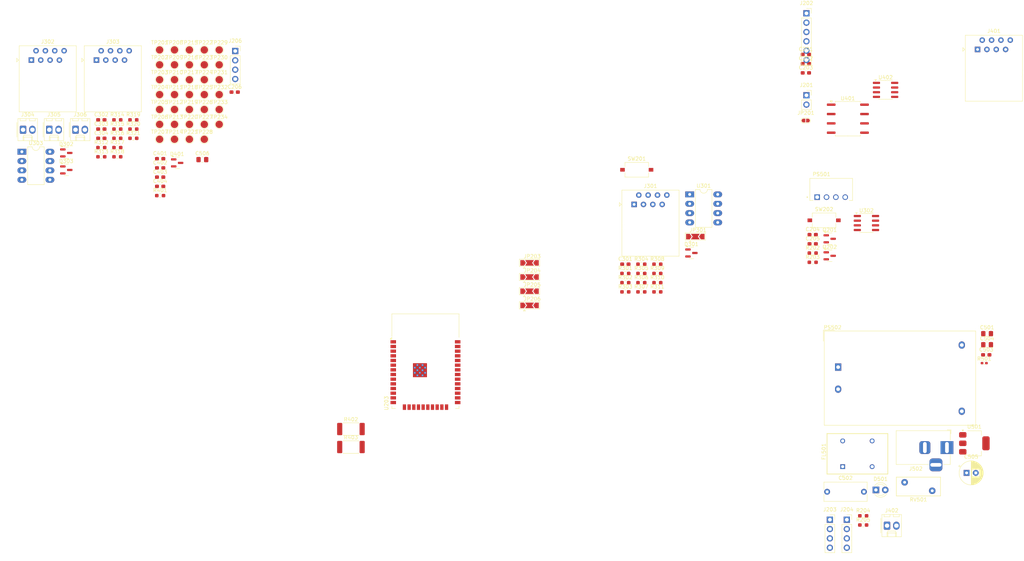
<source format=kicad_pcb>
(kicad_pcb (version 20240108) (generator "pcbnew") (generator_version "8.0")
  (layers (0 "F.Cu" signal) (31 "B.Cu" signal) (34 "B.Paste" user) (35 "F.Paste" user) (36 "B.SilkS" user "B.Silkscreen") (37 "F.SilkS" user "F.Silkscreen") (38 "B.Mask" user) (39 "F.Mask" user) (44 "Edge.Cuts" user))
  (net 0 "")
  (net 1 "Net-(JP201-B)")
  (net 2 "+5V")
  (net 3 "RS485_VCC")
  (net 4 "A2")
  (net 5 "VCC")
  (net 10 "B2")
  (net 12 "TX-485")
  (net 13 "DE-485")
  (net 14 "RE-485")
  (net 15 "RX-485")
  (net 16 "B3")
  (net 17 "A3")
  (net 18 "Net-(C502-Pad1)")
  (net 19 "Net-(J501-Pin_1)")
  (net 20 "A1")
  (net 21 "B1")
  (net 26 "IO1")
  (net 27 "RX-CAN")
  (net 28 "IO2")
  (net 29 "IO3")
  (net 30 "IO4")
  (net 31 "IO5")
  (net 32 "IO6")
  (net 33 "IO7")
  (net 34 "IO8")
  (net 35 "IO9")
  (net 36 "IO10")
  (net 37 "GND")
  (net 38 "3V3")
  (net 39 "RST")
  (net 40 "EN")
  (net 41 "UART1RX")
  (net 42 "UART0TX")
  (net 43 "UART0RX")
  (net 44 "IO11")
  (net 45 "IO12")
  (net 46 "UART1TX")
  (net 47 "Net-(D501-A)")
  (net 48 "IO13")
  (net 49 "IO14")
  (net 50 "IO15")
  (net 51 "IO16")
  (net 52 "USB +")
  (net 53 "Net-(PS502-AC_2)")
  (net 54 "USB -")
  (net 57 "TX-CAN")
  (net 59 "Net-(JP401-B)")
  (net 61 "Net-(JP402-B)")
  (net 64 "Net-(PS502-AC_1)")
  (net 66 "SDA")
  (net 72 "ISO_5V")
  (net 73 "ISO_GND")
  (net 74 "Net-(Q201-B)")
  (net 75 "/esp32-module/RTS")
  (net 76 "/esp32-module/DTR")
  (net 77 "Net-(Q202-B)")
  (net 78 "+3.3V")
  (net 79 "SCL")
  (net 80 "/CAN_module/CAN_H")
  (net 81 "/CAN_module/CAN_L")
  (net 82 "/esp32-module/MISO")
  (net 83 "/esp32-module/SCK")
  (net 84 "/esp32-module/MOSI")
  (net 85 "/esp32-module/SD_CS")
  (net 86 "IO38")
  (net 87 "IO40")
  (net 88 "IO41")
  (net 89 "IO46")
  (footprint "Jumper:SolderJumper-3_P2.0mm_Open_TrianglePad1.0x1.5mm" (layer "F.Cu") (at 152 88.79)
    (property "Reference" "JP204" (at 0.725 -1.775 0) (layer "F.SilkS"))
    (property "Value" "SolderJumper_3_Open")
    (pad "1" smd custom (at -2 0) (size 0.3 0.3) (layers "F.Cu" "F.Mask") (net 57 "TX-CAN") (options (clearance outline) (anchor rect)) (primitives (gr_poly (pts (xy 1 0) (xy 0.5 0.75) (xy -0.5 0.75) (xy -0.5 -0.75) (xy 0.5 -0.75)) (width 0) (fill yes))))
    (pad "2" smd custom (at 0 0) (size 0.3 0.3) (layers "F.Cu") (net 46 "UART1TX") (options (clearance outline) (anchor rect)) (primitives (gr_poly (pts (xy 0.7 0) (xy 1.2 0.75) (xy -1.2 0.75) (xy -0.7 0) (xy -1.2 -0.75) (xy 1.2 -0.75)) (width 0) (fill yes))))
    (pad "3" smd custom (at 2 0 180) (size 0.3 0.3) (layers "F.Cu" "F.Mask") (net 12 "TX-485") (options (clearance outline) (anchor rect)) (primitives (gr_poly (pts (xy 1 0) (xy 0.5 0.75) (xy -0.5 0.75) (xy -0.5 -0.75) (xy 0.5 -0.75)) (width 0) (fill yes))))
  )
  (footprint "Jumper:SolderJumper-3_P2.0mm_Open_TrianglePad1.0x1.5mm" (layer "F.Cu") (at 152 84.935)
    (property "Reference" "JP203" (at 0.725 -1.775 0) (layer "F.SilkS"))
    (property "Value" "SolderJumper_3_Open")
    (pad "1" smd custom (at -2 0) (size 0.3 0.3) (layers "F.Cu" "F.Mask") (net 27 "RX-CAN") (options (clearance outline) (anchor rect)) (primitives (gr_poly (pts (xy 1 0) (xy 0.5 0.75) (xy -0.5 0.75) (xy -0.5 -0.75) (xy 0.5 -0.75)) (width 0) (fill yes))))
    (pad "2" smd custom (at 0 0) (size 0.3 0.3) (layers "F.Cu") (net 41 "UART1RX") (options (clearance outline) (anchor rect)) (primitives (gr_poly (pts (xy 0.7 0) (xy 1.2 0.75) (xy -1.2 0.75) (xy -0.7 0) (xy -1.2 -0.75) (xy 1.2 -0.75)) (width 0) (fill yes))))
    (pad "3" smd custom (at 2 0 180) (size 0.3 0.3) (layers "F.Cu" "F.Mask") (net 15 "RX-485") (options (clearance outline) (anchor rect)) (primitives (gr_poly (pts (xy 1 0) (xy 0.5 0.75) (xy -0.5 0.75) (xy -0.5 -0.75) (xy 0.5 -0.75)) (width 0) (fill yes))))
  )
  (footprint "Resistor_SMD:R_0603_1608Metric_Pad0.98x0.95mm_HandSolder" (layer "F.Cu") (at 178.025 90.31)
    (property "Reference" "R302" (at 0 -1.43 0) (layer "F.SilkS"))
    (property "Value" "10K")
    (pad "1" smd roundrect (at -0.9125 0) (size 0.975 0.95) (layers "F.Cu" "F.Paste" "F.Mask") (net 13 "DE-485"))
    (pad "2" smd roundrect (at 0.9125 0) (size 0.975 0.95) (layers "F.Cu" "F.Paste" "F.Mask") (net 3 "RS485_VCC"))
  )
  (footprint "Resistor_SMD:R_0603_1608Metric_Pad0.98x0.95mm_HandSolder" (layer "F.Cu") (at 182.375 87.8)
    (property "Reference" "R305" (at 0 -1.43 0) (layer "F.SilkS"))
    (property "Value" "10K")
    (pad "1" smd roundrect (at -0.9125 0) (size 0.975 0.95) (layers "F.Cu" "F.Paste" "F.Mask") (net 4 "A2"))
    (pad "2" smd roundrect (at 0.9125 0) (size 0.975 0.95) (layers "F.Cu" "F.Paste" "F.Mask") (net 3 "RS485_VCC"))
  )
  (footprint "TestPoint:TestPoint_Pad_D2.0mm" (layer "F.Cu") (at 55.5375 35.12)
    (property "Reference" "TP210" (at 0 -1.998 0) (layer "F.SilkS"))
    (property "Value" "TestPoint")
    (pad "1" smd circle (at 0 0) (size 2 2) (layers "F.Cu" "F.Mask") (net 36 "IO10"))
  )
  (footprint "Capacitor_SMD:C_0603_1608Metric_Pad1.08x0.95mm_HandSolder" (layer "F.Cu") (at 227.075 30.76)
    (property "Reference" "C202" (at 0 -1.43 0) (layer "F.SilkS"))
    (property "Value" "10uF")
    (pad "1" smd roundrect (at -0.8625 0) (size 1.075 0.95) (layers "F.Cu" "F.Paste" "F.Mask") (net 38 "3V3"))
    (pad "2" smd roundrect (at 0.8625 0) (size 1.075 0.95) (layers "F.Cu" "F.Paste" "F.Mask") (net 37 "GND"))
  )
  (footprint "Package_TO_SOT_SMD:SOT-23" (layer "F.Cu") (at 26.1375 55.035)
    (property "Reference" "D302" (at 0 -2.4 0) (layer "F.SilkS"))
    (property "Value" "SM712_SOT23")
    (pad "1" smd roundrect (at -0.9375 -0.95) (size 1.475 0.6) (layers "F.Cu" "F.Paste" "F.Mask") (net 17 "A3"))
    (pad "2" smd roundrect (at -0.9375 0.95) (size 1.475 0.6) (layers "F.Cu" "F.Paste" "F.Mask") (net 16 "B3"))
    (pad "3" smd roundrect (at 0.9375 0) (size 1.475 0.6) (layers "F.Cu" "F.Paste" "F.Mask") (net 37 "GND"))
  )
  (footprint "TestPoint:TestPoint_Pad_D2.0mm" (layer "F.Cu") (at 51.4875 47.27)
    (property "Reference" "TP206" (at 0 -1.998 0) (layer "F.SilkS"))
    (property "Value" "TestPoint")
    (pad "1" smd circle (at 0 0) (size 2 2) (layers "F.Cu" "F.Mask") (net 32 "IO6"))
  )
  (footprint "TestPoint:TestPoint_Pad_D2.0mm" (layer "F.Cu") (at 51.4875 43.22)
    (property "Reference" "TP205" (at 0 -1.998 0) (layer "F.SilkS"))
    (property "Value" "TestPoint")
    (pad "1" smd circle (at 0 0) (size 2 2) (layers "F.Cu" "F.Mask") (net 31 "IO5"))
  )
  (footprint "Resistor_SMD:R_0603_1608Metric_Pad0.98x0.95mm_HandSolder" (layer "F.Cu") (at 178.025 92.82)
    (property "Reference" "R303" (at 0 -1.43 0) (layer "F.SilkS"))
    (property "Value" "10K")
    (pad "1" smd roundrect (at -0.9125 0) (size 0.975 0.95) (layers "F.Cu" "F.Paste" "F.Mask") (net 14 "RE-485"))
    (pad "2" smd roundrect (at 0.9125 0) (size 0.975 0.95) (layers "F.Cu" "F.Paste" "F.Mask") (net 3 "RS485_VCC"))
  )
  (footprint "TestPoint:TestPoint_Pad_D2.0mm" (layer "F.Cu") (at 67.6875 35.12)
    (property "Reference" "TP231" (at 0 -1.998 0) (layer "F.SilkS"))
    (property "Value" "TestPoint")
    (pad "1" smd circle (at 0 0) (size 2 2) (layers "F.Cu" "F.Mask") (net 79 "SCL"))
  )
  (footprint "Connector_RJ:RJ45_Amphenol_54602-x08_Horizontal" (layer "F.Cu") (at 273.7175 26.9)
    (property "Reference" "J401" (at 4.445 -5 0) (layer "F.SilkS"))
    (property "Value" "RJ45")
    (pad "" np_thru_hole circle (at -1.27 6.35) (size 3.2 3.2) (drill 3.2) (layers "*.Cu" "*.Mask"))
    (pad "" np_thru_hole circle (at 10.16 6.35) (size 3.2 3.2) (drill 3.2) (layers "*.Cu" "*.Mask"))
    (pad "1" thru_hole rect (at 0 0) (size 1.5 1.5) (drill 0.76) (layers "*.Cu" "*.Mask"))
    (pad "2" thru_hole circle (at 1.27 -2.54) (size 1.5 1.5) (drill 0.76) (layers "*.Cu" "*.Mask"))
    (pad "3" thru_hole circle (at 2.54 0) (size 1.5 1.5) (drill 0.76) (layers "*.Cu" "*.Mask"))
    (pad "4" thru_hole circle (at 3.81 -2.54) (size 1.5 1.5) (drill 0.76) (layers "*.Cu" "*.Mask"))
    (pad "5" thru_hole circle (at 5.08 0) (size 1.5 1.5) (drill 0.76) (layers "*.Cu" "*.Mask"))
    (pad "6" thru_hole circle (at 6.35 -2.54) (size 1.5 1.5) (drill 0.76) (layers "*.Cu" "*.Mask"))
    (pad "7" thru_hole circle (at 7.62 0) (size 1.5 1.5) (drill 0.76) (layers "*.Cu" "*.Mask"))
    (pad "8" thru_hole circle (at 8.89 -2.54) (size 1.5 1.5) (drill 0.76) (layers "*.Cu" "*.Mask"))
  )
  (footprint "TestPoint:TestPoint_Pad_D2.0mm" (layer "F.Cu") (at 51.4875 35.12)
    (property "Reference" "TP203" (at 0 -1.998 0) (layer "F.SilkS"))
    (property "Value" "TestPoint")
    (pad "1" smd circle (at 0 0) (size 2 2) (layers "F.Cu" "F.Mask") (net 29 "IO3"))
  )
  (footprint "Capacitor_SMD:C_0805_2012Metric_Pad1.18x1.45mm_HandSolder" (layer "F.Cu") (at 63.1075 56.85)
    (property "Reference" "C506" (at 0 -1.68 0) (layer "F.SilkS"))
    (property "Value" "0.1MFD/16V")
    (pad "1" smd roundrect (at -1.0375 0) (size 1.175 1.45) (layers "F.Cu" "F.Paste" "F.Mask") (roundrect_rratio 0.212766) (net 38 "3V3"))
    (pad "2" smd roundrect (at 1.0375 0) (size 1.175 1.45) (layers "F.Cu" "F.Paste" "F.Mask") (roundrect_rratio 0.212766) (net 37 "GND"))
  )
  (footprint "TestPoint:TestPoint_Pad_D2.0mm" (layer "F.Cu") (at 51.4875 31.07)
    (property "Reference" "TP202" (at 0 -1.998 0) (layer "F.SilkS"))
    (property "Value" "TestPoint")
    (pad "1" smd circle (at 0 0) (size 2 2) (layers "F.Cu" "F.Mask") (net 28 "IO2"))
  )
  (footprint "Capacitor_SMD:C_0603_1608Metric_Pad1.08x0.95mm_HandSolder" (layer "F.Cu") (at 35.6575 46.04)
    (property "Reference" "C302" (at 0 -1.43 0) (layer "F.SilkS"))
    (property "Value" "0.1MFD/16V")
    (pad "1" smd roundrect (at -0.8625 0) (size 1.075 0.95) (layers "F.Cu" "F.Paste" "F.Mask") (net 3 "RS485_VCC"))
    (pad "2" smd roundrect (at 0.8625 0) (size 1.075 0.95) (layers "F.Cu" "F.Paste" "F.Mask") (net 37 "GND"))
  )
  (footprint "Connector_RJ:RJ45_Amphenol_54602-x08_Horizontal" (layer "F.Cu") (at 180.41 69.04)
    (property "Reference" "J301" (at 4.445 -5 0) (layer "F.SilkS"))
    (property "Value" "RJ45")
    (pad "" np_thru_hole circle (at -1.27 6.35) (size 3.2 3.2) (drill 3.2) (layers "*.Cu" "*.Mask"))
    (pad "" np_thru_hole circle (at 10.16 6.35) (size 3.2 3.2) (drill 3.2) (layers "*.Cu" "*.Mask"))
    (pad "1" thru_hole rect (at 0 0) (size 1.5 1.5) (drill 0.76) (layers "*.Cu" "*.Mask") (net 21 "B1"))
    (pad "2" thru_hole circle (at 1.27 -2.54) (size 1.5 1.5) (drill 0.76) (layers "*.Cu" "*.Mask") (net 20 "A1"))
    (pad "3" thru_hole circle (at 2.54 0) (size 1.5 1.5) (drill 0.76) (layers "*.Cu" "*.Mask") (net 37 "GND"))
    (pad "4" thru_hole circle (at 3.81 -2.54) (size 1.5 1.5) (drill 0.76) (layers "*.Cu" "*.Mask"))
    (pad "5" thru_hole circle (at 5.08 0) (size 1.5 1.5) (drill 0.76) (layers "*.Cu" "*.Mask"))
    (pad "6" thru_hole circle (at 6.35 -2.54) (size 1.5 1.5) (drill 0.76) (layers "*.Cu" "*.Mask") (net 37 "GND"))
    (pad "7" thru_hole circle (at 7.62 0) (size 1.5 1.5) (drill 0.76) (layers "*.Cu" "*.Mask") (net 20 "A1"))
    (pad "8" thru_hole circle (at 8.89 -2.54) (size 1.5 1.5) (drill 0.76) (layers "*.Cu" "*.Mask") (net 21 "B1"))
  )
  (footprint "Button_Switch_SMD:SW_Tactile_SPST_NO_Straight_CK_PTS636Sx25SMTRLFS" (layer "F.Cu") (at 181.125 59.62)
    (property "Reference" "SW201" (at 0 -3 0) (layer "F.SilkS"))
    (property "Value" "SW_Omron_B3FS")
    (pad "1" smd rect (at -3.875 0) (size 1.25 1) (layers "F.Cu" "F.Paste" "F.Mask") (net 1 "Net-(JP201-B)"))
    (pad "2" smd rect (at 3.875 0) (size 1.25 1) (layers "F.Cu" "F.Paste" "F.Mask") (net 37 "GND"))
  )
  (footprint "Jumper:SolderJumper-3_P2.0mm_Open_TrianglePad1.0x1.5mm" (layer "F.Cu") (at 152 92.645)
    (property "Reference" "JP205" (at 0.725 -1.775 0) (layer "F.SilkS"))
    (property "Value" "SolderJumper_3_Open")
    (pad "1" smd custom (at -2 0) (size 0.3 0.3) (layers "F.Cu" "F.Mask") (net 27 "RX-CAN") (options (clearance outline) (anchor rect)) (primitives (gr_poly (pts (xy 1 0) (xy 0.5 0.75) (xy -0.5 0.75) (xy -0.5 -0.75) (xy 0.5 -0.75)) (width 0) (fill yes))))
    (pad "2" smd custom (at 0 0) (size 0.3 0.3) (layers "F.Cu") (net 41 "UART1RX") (options (clearance outline) (anchor rect)) (primitives (gr_poly (pts (xy 0.7 0) (xy 1.2 0.75) (xy -1.2 0.75) (xy -0.7 0) (xy -1.2 -0.75) (xy 1.2 -0.75)) (width 0) (fill yes))))
    (pad "3" smd custom (at 2 0 180) (size 0.3 0.3) (layers "F.Cu" "F.Mask") (net 15 "RX-485") (options (clearance outline) (anchor rect)) (primitives (gr_poly (pts (xy 1 0) (xy 0.5 0.75) (xy -0.5 0.75) (xy -0.5 -0.75) (xy 0.5 -0.75)) (width 0) (fill yes))))
  )
  (footprint "Resistor_SMD:R_0603_1608Metric_Pad0.98x0.95mm_HandSolder" (layer "F.Cu") (at 44.3575 46.04)
    (property "Reference" "R319" (at 0 -1.43 0) (layer "F.SilkS"))
    (property "Value" "10K")
    (pad "1" smd roundrect (at -0.9125 0) (size 0.975 0.95) (layers "F.Cu" "F.Paste" "F.Mask") (net 20 "A1"))
    (pad "2" smd roundrect (at 0.9125 0) (size 0.975 0.95) (layers "F.Cu" "F.Paste" "F.Mask") (net 3 "RS485_VCC"))
  )
  (footprint "TestPoint:TestPoint_Pad_D2.0mm" (layer "F.Cu") (at 55.5375 31.07)
    (property "Reference" "TP209" (at 0 -1.998 0) (layer "F.SilkS"))
    (property "Value" "TestPoint")
    (pad "1" smd circle (at 0 0) (size 2 2) (layers "F.Cu" "F.Mask") (net 35 "IO9"))
  )
  (footprint "Connector_Molex:Molex_KK-254_AE-6410-02A_1x02_P2.54mm_Vertical" (layer "F.Cu") (at 21.5175 48.73)
    (property "Reference" "J305" (at 1.27 -4.12 0) (layer "F.SilkS"))
    (property "Value" "Conn_01x02_Socket")
    (pad "1" thru_hole roundrect (at 0 0) (size 1.74 2.19) (drill 1.19) (layers "*.Cu" "*.Mask") (roundrect_rratio 0.143678) (net 4 "A2"))
    (pad "2" thru_hole oval (at 2.54 0) (size 1.74 2.19) (drill 1.19) (layers "*.Cu" "*.Mask") (net 10 "B2"))
  )
  (footprint "Resistor_SMD:R_0603_1608Metric_Pad0.98x0.95mm_HandSolder" (layer "F.Cu") (at 51.6375 66.64)
    (property "Reference" "R401" (at 0 -1.43 0) (layer "F.SilkS"))
    (property "Value" "120R")
    (pad "1" smd roundrect (at -0.9125 0) (size 0.975 0.95) (layers "F.Cu" "F.Paste" "F.Mask") (net 80 "/CAN_module/CAN_H"))
    (pad "2" smd roundrect (at 0.9125 0) (size 0.975 0.95) (layers "F.Cu" "F.Paste" "F.Mask") (net 81 "/CAN_module/CAN_L"))
  )
  (footprint "Connector_RJ:RJ45_Amphenol_54602-x08_Horizontal" (layer "F.Cu") (at 34.3375 29.79)
    (property "Reference" "J303" (at 4.445 -5 0) (layer "F.SilkS"))
    (property "Value" "RJ45")
    (pad "" np_thru_hole circle (at -1.27 6.35) (size 3.2 3.2) (drill 3.2) (layers "*.Cu" "*.Mask"))
    (pad "" np_thru_hole circle (at 10.16 6.35) (size 3.2 3.2) (drill 3.2) (layers "*.Cu" "*.Mask"))
    (pad "1" thru_hole rect (at 0 0) (size 1.5 1.5) (drill 0.76) (layers "*.Cu" "*.Mask") (net 16 "B3"))
    (pad "2" thru_hole circle (at 1.27 -2.54) (size 1.5 1.5) (drill 0.76) (layers "*.Cu" "*.Mask") (net 17 "A3"))
    (pad "3" thru_hole circle (at 2.54 0) (size 1.5 1.5) (drill 0.76) (layers "*.Cu" "*.Mask") (net 37 "GND"))
    (pad "4" thru_hole circle (at 3.81 -2.54) (size 1.5 1.5) (drill 0.76) (layers "*.Cu" "*.Mask"))
    (pad "5" thru_hole circle (at 5.08 0) (size 1.5 1.5) (drill 0.76) (layers "*.Cu" "*.Mask"))
    (pad "6" thru_hole circle (at 6.35 -2.54) (size 1.5 1.5) (drill 0.76) (layers "*.Cu" "*.Mask") (net 37 "GND"))
    (pad "7" thru_hole circle (at 7.62 0) (size 1.5 1.5) (drill 0.76) (layers "*.Cu" "*.Mask") (net 17 "A3"))
    (pad "8" thru_hole circle (at 8.89 -2.54) (size 1.5 1.5) (drill 0.76) (layers "*.Cu" "*.Mask") (net 16 "B3"))
  )
  (footprint "TestPoint:TestPoint_Pad_D2.0mm" (layer "F.Cu") (at 63.6375 51.32)
    (property "Reference" "TP228" (at 0 -1.998 0) (layer "F.SilkS"))
    (property "Value" "TestPoint")
    (pad "1" smd circle (at 0 0) (size 2 2) (layers "F.Cu" "F.Mask") (net 87 "IO40"))
  )
  (footprint "Package_TO_SOT_SMD:SOT-23" (layer "F.Cu") (at 233.545 78.39)
    (property "Reference" "Q201" (at 0 -2.4 0) (layer "F.SilkS"))
    (property "Value" "MMBT3904")
    (pad "1" smd roundrect (at -0.9375 -0.95) (size 1.475 0.6) (layers "F.Cu" "F.Paste" "F.Mask") (net 74 "Net-(Q201-B)"))
    (pad "2" smd roundrect (at -0.9375 0.95) (size 1.475 0.6) (layers "F.Cu" "F.Paste" "F.Mask") (net 75 "/esp32-module/RTS"))
    (pad "3" smd roundrect (at 0.9375 0) (size 1.475 0.6) (layers "F.Cu" "F.Paste" "F.Mask") (net 40 "EN"))
  )
  (footprint "Resistor_SMD:R_0603_1608Metric_Pad0.98x0.95mm_HandSolder" (layer "F.Cu") (at 35.6575 53.57)
    (property "Reference" "R312" (at 0 -1.43 0) (layer "F.SilkS"))
    (property "Value" "10K")
    (pad "1" smd roundrect (at -0.9125 0) (size 0.975 0.95) (layers "F.Cu" "F.Paste" "F.Mask") (net 12 "TX-485"))
    (pad "2" smd roundrect (at 0.9125 0) (size 0.975 0.95) (layers "F.Cu" "F.Paste" "F.Mask") (net 3 "RS485_VCC"))
  )
  (footprint "Capacitor_SMD:C_0603_1608Metric_Pad1.08x0.95mm_HandSolder" (layer "F.Cu") (at 228.925 77.245)
    (property "Reference" "C204" (at 0 -1.43 0) (layer "F.SilkS"))
    (property "Value" "0.1uF")
    (pad "1" smd roundrect (at -0.8625 0) (size 1.075 0.95) (layers "F.Cu" "F.Paste" "F.Mask") (net 38 "3V3"))
    (pad "2" smd roundrect (at 0.8625 0) (size 1.075 0.95) (layers "F.Cu" "F.Paste" "F.Mask") (net 37 "GND"))
  )
  (footprint "Package_TO_SOT_SMD:SOT-23" (layer "F.Cu") (at 233.545 83.015)
    (property "Reference" "Q202" (at 0 -2.4 0) (layer "F.SilkS"))
    (property "Value" "MMBT3904")
    (pad "1" smd roundrect (at -0.9375 -0.95) (size 1.475 0.6) (layers "F.Cu" "F.Paste" "F.Mask") (net 77 "Net-(Q202-B)"))
    (pad "2" smd roundrect (at -0.9375 0.95) (size 1.475 0.6) (layers "F.Cu" "F.Paste" "F.Mask") (net 76 "/esp32-module/DTR"))
    (pad "3" smd roundrect (at 0.9375 0) (size 1.475 0.6) (layers "F.Cu" "F.Paste" "F.Mask") (net 39 "RST"))
  )
  (footprint "Resistor_SMD:R_0603_1608Metric_Pad0.98x0.95mm_HandSolder" (layer "F.Cu") (at 228.925 82.265)
    (property "Reference" "R202" (at 0 -1.43 0) (layer "F.SilkS"))
    (property "Value" "0R_0603")
    (pad "1" smd roundrect (at -0.9125 0) (size 0.975 0.95) (layers "F.Cu" "F.Paste" "F.Mask") (net 76 "/esp32-module/DTR"))
    (pad "2" smd roundrect (at 0.9125 0) (size 0.975 0.95) (layers "F.Cu" "F.Paste" "F.Mask") (net 74 "Net-(Q201-B)"))
  )
  (footprint "TestPoint:TestPoint_Pad_D2.0mm" (layer "F.Cu") (at 67.6875 31.07)
    (property "Reference" "TP230" (at 0 -1.998 0) (layer "F.SilkS"))
    (property "Value" "TestPoint")
    (pad "1" smd circle (at 0 0) (size 2 2) (layers "F.Cu" "F.Mask") (net 89 "IO46"))
  )
  (footprint "Capacitor_SMD:C_0603_1608Metric_Pad1.08x0.95mm_HandSolder" (layer "F.Cu") (at 51.6375 61.62)
    (property "Reference" "C403" (at 0 -1.43 0) (layer "F.SilkS"))
    (property "Value" "100nF")
    (pad "1" smd roundrect (at -0.8625 0) (size 1.075 0.95) (layers "F.Cu" "F.Paste" "F.Mask") (net 73 "ISO_GND"))
    (pad "2" smd roundrect (at 0.8625 0) (size 1.075 0.95) (layers "F.Cu" "F.Paste" "F.Mask") (net 72 "ISO_5V"))
  )
  (footprint "TestPoint:TestPoint_Pad_D2.0mm" (layer "F.Cu") (at 55.5375 27.02)
    (property "Reference" "TP208" (at 0 -1.998 0) (layer "F.SilkS"))
    (property "Value" "TestPoint")
    (pad "1" smd circle (at 0 0) (size 2 2) (layers "F.Cu" "F.Mask") (net 34 "IO8"))
  )
  (footprint "Resistor_SMD:R_0402_1005Metric_Pad0.72x0.64mm_HandSolder" (layer "F.Cu") (at 275.53 112.195)
    (property "Reference" "R501" (at 0 -1.17 0) (layer "F.SilkS"))
    (property "Value" "1.5K")
    (pad "1" smd roundrect (at -0.5975 0) (size 0.715 0.64) (layers "F.Cu" "F.Paste" "F.Mask") (net 38 "3V3"))
    (pad "2" smd roundrect (at 0.5975 0) (size 0.715 0.64) (layers "F.Cu" "F.Paste" "F.Mask") (net 47 "Net-(D501-A)"))
  )
  (footprint "TestPoint:TestPoint_Pad_D2.0mm" (layer "F.Cu") (at 63.6375 43.22)
    (property "Reference" "TP226" (at 0 -1.998 0) (layer "F.SilkS"))
    (property "Value" "TestPoint")
    (pad "1" smd circle (at 0 0) (size 2 2) (layers "F.Cu" "F.Mask") (net 85 "/esp32-module/SD_CS"))
  )
  (footprint "TestPoint:TestPoint_Pad_D2.0mm" (layer "F.Cu") (at 59.5875 47.27)
    (property "Reference" "TP220" (at 0 -1.998 0) (layer "F.SilkS"))
    (property "Value" "TestPoint")
    (pad "1" smd circle (at 0 0) (size 2 2) (layers "F.Cu" "F.Mask") (net 15 "RX-485"))
  )
  (footprint "RF_Module:ESP32-WROOM-32D" (layer "F.Cu") (at 123.72 114.655)
    (property "Reference" "U203" (at -10.61 8.43 90) (layer "F.SilkS"))
    (property "Value" "ESP32-WROOM-32E")
    (pad "1" smd rect (at -8.75 -8.25) (size 1.5 0.9) (layers "F.Cu" "F.Paste" "F.Mask") (net 37 "GND"))
    (pad "2" smd rect (at -8.75 -6.98) (size 1.5 0.9) (layers "F.Cu" "F.Paste" "F.Mask") (net 38 "3V3"))
    (pad "3" smd rect (at -8.75 -5.71) (size 1.5 0.9) (layers "F.Cu" "F.Paste" "F.Mask") (net 40 "EN"))
    (pad "4" smd rect (at -8.75 -4.44) (size 1.5 0.9) (layers "F.Cu" "F.Paste" "F.Mask"))
    (pad "5" smd rect (at -8.75 -3.17) (size 1.5 0.9) (layers "F.Cu" "F.Paste" "F.Mask"))
    (pad "6" smd rect (at -8.75 -1.9) (size 1.5 0.9) (layers "F.Cu" "F.Paste" "F.Mask"))
    (pad "7" smd rect (at -8.75 -0.63) (size 1.5 0.9) (layers "F.Cu" "F.Paste" "F.Mask"))
    (pad "8" smd rect (at -8.75 0.64) (size 1.5 0.9) (layers "F.Cu" "F.Paste" "F.Mask"))
    (pad "9" smd rect (at -8.75 1.91) (size 1.5 0.9) (layers "F.Cu" "F.Paste" "F.Mask"))
    (pad "10" smd rect (at -8.75 3.18) (size 1.5 0.9) (layers "F.Cu" "F.Paste" "F.Mask"))
    (pad "11" smd rect (at -8.75 4.45) (size 1.5 0.9) (layers "F.Cu" "F.Paste" "F.Mask"))
    (pad "12" smd rect (at -8.75 5.72) (size 1.5 0.9) (layers "F.Cu" "F.Paste" "F.Mask"))
    (pad "13" smd rect (at -8.75 6.99) (size 1.5 0.9) (layers "F.Cu" "F.Paste" "F.Mask") (net 49 "IO14"))
    (pad "14" smd rect (at -8.75 8.26) (size 1.5 0.9) (layers "F.Cu" "F.Paste" "F.Mask") (net 45 "IO12"))
    (pad "15" smd rect (at -5.71 9.51 90) (size 1.5 0.9) (layers "F.Cu" "F.Paste" "F.Mask") (net 37 "GND"))
    (pad "16" smd rect (at -4.44 9.51 90) (size 1.5 0.9) (layers "F.Cu" "F.Paste" "F.Mask") (net 48 "IO13"))
    (pad "17" smd rect (at -3.17 9.51 90) (size 1.5 0.9) (layers "F.Cu" "F.Paste" "F.Mask"))
    (pad "18" smd rect (at -1.9 9.51 90) (size 1.5 0.9) (layers "F.Cu" "F.Paste" "F.Mask"))
    (pad "19" smd rect (at -0.63 9.51 90) (size 1.5 0.9) (layers "F.Cu" "F.Paste" "F.Mask"))
    (pad "20" smd rect (at 0.64 9.51 90) (size 1.5 0.9) (layers "F.Cu" "F.Paste" "F.Mask"))
    (pad "21" smd rect (at 1.91 9.51 90) (size 1.5 0.9) (layers "F.Cu" "F.Paste" "F.Mask"))
    (pad "22" smd rect (at 3.18 9.51 90) (size 1.5 0.9) (layers "F.Cu" "F.Paste" "F.Mask"))
    (pad "23" smd rect (at 4.45 9.51 90) (size 1.5 0.9) (layers "F.Cu" "F.Paste" "F.Mask") (net 50 "IO15"))
    (pad "24" smd rect (at 5.72 9.51 90) (size 1.5 0.9) (layers "F.Cu" "F.Paste" "F.Mask") (net 28 "IO2"))
    (pad "25" smd rect (at 8.75 8.26) (size 1.5 0.9) (layers "F.Cu" "F.Paste" "F.Mask") (net 39 "RST"))
    (pad "26" smd rect (at 8.75 6.99) (size 1.5 0.9) (layers "F.Cu" "F.Paste" "F.Mask") (net 30 "IO4"))
    (pad "27" smd rect (at 8.75 5.72) (size 1.5 0.9) (layers "F.Cu" "F.Paste" "F.Mask") (net 51 "IO16"))
    (pad "28" smd rect (at 8.75 4.45) (size 1.5 0.9) (layers "F.Cu" "F.Paste" "F.Mask") (net 82 "/esp32-module/MISO"))
    (pad "29" smd rect (at 8.75 3.18) (size 1.5 0.9) (layers "F.Cu" "F.Paste" "F.Mask") (net 31 "IO5"))
    (pad "30" smd rect (at 8.75 1.91) (size 1.5 0.9) (layers "F.Cu" "F.Paste" "F.Mask") (net 83 "/esp32-module/SCK"))
    (pad "31" smd rect (at 8.75 0.64) (size 1.5 0.9) (layers "F.Cu" "F.Paste" "F.Mask") (net 84 "/esp32-module/MOSI"))
    (pad "32" smd rect (at 8.75 -0.63) (size 1.5 0.9) (layers "F.Cu" "F.Paste" "F.Mask"))
    (pad "33" smd rect (at 8.75 -1.9) (size 1.5 0.9) (layers "F.Cu" "F.Paste" "F.Mask") (net 85 "/esp32-module/SD_CS"))
    (pad "34" smd rect (at 8.75 -3.17) (size 1.5 0.9) (layers "F.Cu" "F.Paste" "F.Mask") (net 43 "UART0RX"))
    (pad "35" smd rect (at 8.75 -4.44) (size 1.5 0.9) (layers "F.Cu" "F.Paste" "F.Mask") (net 42 "UART0TX"))
    (pad "36" smd rect (at 8.75 -5.71) (size 1.5 0.9) (layers "F.Cu" "F.Paste" "F.Mask") (net 79 "SCL"))
    (pad "37" smd rect (at 8.75 -6.98) (size 1.5 0.9) (layers "F.Cu" "F.Paste" "F.Mask") (net 66 "SDA"))
    (pad "38" smd rect (at 8.75 -8.25) (size 1.5 0.9) (layers "F.Cu" "F.Paste" "F.Mask") (net 37 "GND"))
    (pad "39" smd rect (at -2.9 -1.93) (size 0.9 0.9) (layers "F.Cu" "F.Paste") (net 37 "GND"))
    (pad "39" thru_hole circle (at -2.9 -1.23) (size 0.6 0.6) (drill 0.2) (property pad_prop_heatsink) (layers "*.Cu" "F.Mask") (net 37 "GND"))
    (pad "39" smd rect (at -2.9 -0.53) (size 0.9 0.9) (layers "F.Cu" "F.Paste") (net 37 "GND"))
    (pad "39" thru_hole circle (at -2.9 0.17) (size 0.6 0.6) (drill 0.2) (property pad_prop_heatsink) (layers "*.Cu" "F.Mask") (net 37 "GND"))
    (pad "39" smd rect (at -2.9 0.87) (size 0.9 0.9) (layers "F.Cu" "F.Paste") (net 37 "GND"))
    (pad "39" thru_hole circle (at -2.2 -1.93) (size 0.6 0.6) (drill 0.2) (property pad_prop_heatsink) (layers "*.Cu" "F.Mask") (net 37 "GND"))
    (pad "39" thru_hole circle (at -2.2 -0.53) (size 0.6 0.6) (drill 0.2) (property pad_prop_heatsink) (layers "*.Cu" "F.Mask") (net 37 "GND"))
    (pad "39" thru_hole circle (at -2.2 0.87) (size 0.6 0.6) (drill 0.2) (property pad_prop_heatsink) (layers "*.Cu" "F.Mask") (net 37 "GND"))
    (pad "39" thru_hole circle (at -1.525 -1.23) (size 0.6 0.6) (drill 0.2) (property pad_prop_heatsink) (layers "*.Cu" "F.Mask") (net 37 "GND"))
    (pad "39" thru_hole circle (at -1.525 0.17) (size 0.6 0.6) (drill 0.2) (property pad_prop_heatsink) (layers "*.Cu" "F.Mask") (net 37 "GND"))
    (pad "39" smd rect (at -1.5 -1.93) (size 0.9 0.9) (layers "F.Cu" "F.Paste") (net 37 "GND"))
    (pad "39" smd rect (at -1.5 -0.53) (size 0.9 0.9) (layers "F.Cu" "F.Paste") (net 37 "GND"))
    (pad "39" smd rect (at -1.5 -0.53) (size 3.8 3.8) (layers "F.Cu" "F.Mask") (net 37 "GND"))
    (pad "39" smd rect (at -1.5 0.87) (size 0.9 0.9) (layers "F.Cu" "F.Paste") (net 37 "GND"))
    (pad "39" thru_hole circle (at -0.8 -1.93) (size 0.6 0.6) (drill 0.2) (property pad_prop_heatsink) (layers "*.Cu" "F.Mask") (net 37 "GND"))
    (pad "39" thru_hole circle (at -0.8 -0.53) (size 0.6 0.6) (drill 0.2) (property pad_prop_heatsink) (layers "*.Cu" "F.Mask") (net 37 "GND"))
    (pad "39" thru_hole circle (at -0.8 0.87) (size 0.6 0.6) (drill 0.2) (property pad_prop_heatsink) (layers "*.Cu" "F.Mask") (net 37 "GND"))
    (pad "39" smd rect (at -0.1 -1.93) (size 0.9 0.9) (layers "F.Cu" "F.Paste") (net 37 "GND"))
    (pad "39" thru_hole circle (at -0.1 -1.23) (size 0.6 0.6) (drill 0.2) (property pad_prop_heatsink) (layers "*.Cu" "F.Mask") (net 37 "GND"))
    (pad "39" smd rect (at -0.1 -0.53) (size 0.9 0.9) (layers "F.Cu" "F.Paste") (net 37 "GND"))
    (pad "39" thru_hole circle (at -0.1 0.17) (size 0.6 0.6) (drill 0.2) (property pad_prop_heatsink) (layers "*.Cu" "F.Mask") (net 37 "GND"))
    (pad "39" smd rect (at -0.1 0.87) (size 0.9 0.9) (layers "F.Cu" "F.Paste") (net 37 "GND"))
  )
  (footprint "Button_Switch_SMD:SW_Tactile_SPST_NO_Straight_CK_PTS636Sx25SMTRLFS" (layer "F.Cu") (at 232.025 73.365)
    (property "Reference" "SW202" (at 0 -3 0) (layer "F.SilkS"))
    (property "Value" "SW_Omron_B3FS")
    (pad "1" smd rect (at -3.875 0) (size 1.25 1) (layers "F.Cu" "F.Paste" "F.Mask") (net 39 "RST"))
    (pad "2" smd rect (at 3.875 0) (size 1.25 1) (layers "F.Cu" "F.Paste" "F.Mask") (net 37 "GND"))
  )
  (footprint "Connector_RJ:RJ45_Amphenol_54602-x08_Horizontal" (layer "F.Cu") (at 16.6525 29.79)
    (property "Reference" "J302" (at 4.445 -5 0) (layer "F.SilkS"))
    (property "Value" "RJ45")
    (pad "" np_thru_hole circle (at -1.27 6.35) (size 3.2 3.2) (drill 3.2) (layers "*.Cu" "*.Mask"))
    (pad "" np_thru_hole circle (at 10.16 6.35) (size 3.2 3.2) (drill 3.2) (layers "*.Cu" "*.Mask"))
    (pad "1" thru_hole rect (at 0 0) (size 1.5 1.5) (drill 0.76) (layers "*.Cu" "*.Mask") (net 10 "B2"))
    (pad "2" thru_hole circle (at 1.27 -2.54) (size 1.5 1.5) (drill 0.76) (layers "*.Cu" "*.Mask") (net 4 "A2"))
    (pad "3" thru_hole circle (at 2.54 0) (size 1.5 1.5) (drill 0.76) (layers "*.Cu" "*.Mask") (net 37 "GND"))
    (pad "4" thru_hole circle (at 3.81 -2.54) (size 1.5 1.5) (drill 0.76) (layers "*.Cu" "*.Mask"))
    (pad "5" thru_hole circle (at 5.08 0) (size 1.5 1.5) (drill 0.76) (layers "*.Cu" "*.Mask"))
    (pad "6" thru_hole circle (at 6.35 -2.54) (size 1.5 1.5) (drill 0.76) (layers "*.Cu" "*.Mask") (net 37 "GND"))
    (pad "7" thru_hole circle (at 7.62 0) (size 1.5 1.5) (drill 0.76) (layers "*.Cu" "*.Mask") (net 4 "A2"))
    (pad "8" thru_hole circle (at 8.89 -2.54) (size 1.5 1.5) (drill 0.76) (layers "*.Cu" "*.Mask") (net 10 "B2"))
  )
  (footprint "LED_THT:LED_D3.0mm" (layer "F.Cu") (at 246.1 146.675)
    (property "Reference" "D501" (at 1.27 -2.96 0) (layer "F.SilkS"))
    (property "Value" "3mm RED")
    (pad "1" thru_hole rect (at 0 0) (size 1.8 1.8) (drill 0.9) (layers "*.Cu" "*.Mask") (net 37 "GND"))
    (pad "2" thru_hole circle (at 2.54 0) (size 1.8 1.8) (drill 0.9) (layers "*.Cu" "*.Mask") (net 47 "Net-(D501-A)"))
  )
  (footprint "TestPoint:TestPoint_Pad_D2.0mm" (layer "F.Cu") (at 51.4875 51.32)
    (property "Reference" "TP207" (at 0 -1.998 0) (layer "F.SilkS"))
    (property "Value" "TestPoint")
    (pad "1" smd circle (at 0 0) (size 2 2) (layers "F.Cu" "F.Mask") (net 33 "IO7"))
  )
  (footprint "Capacitor_SMD:C_0603_1608Metric_Pad1.08x0.95mm_HandSolder" (layer "F.Cu") (at 35.6575 51.06)
    (property "Reference" "C304" (at 0 -1.43 0) (layer "F.SilkS"))
    (property "Value" "0.1MFD/16V")
    (pad "1" smd roundrect (at -0.8625 0) (size 1.075 0.95) (layers "F.Cu" "F.Paste" "F.Mask") (net 3 "RS485_VCC"))
    (pad "2" smd roundrect (at 0.8625 0) (size 1.075 0.95) (layers "F.Cu" "F.Paste" "F.Mask") (net 37 "GND"))
  )
  (footprint "Connector_PinSocket_2.54mm:PinSocket_1x04_P2.54mm_Vertical" (layer "F.Cu") (at 233.6 154.775)
    (property "Reference" "J203" (at 0 -2.77 0) (layer "F.SilkS"))
    (property "Value" "Conn_01x04_Socket")
    (pad "1" thru_hole rect (at 0 0) (size 1.7 1.7) (drill 1) (layers "*.Cu" "*.Mask") (net 37 "GND"))
    (pad "2" thru_hole oval (at 0 2.54) (size 1.7 1.7) (drill 1) (layers "*.Cu" "*.Mask") (net 38 "3V3"))
    (pad "3" thru_hole oval (at 0 5.08) (size 1.7 1.7) (drill 1) (layers "*.Cu" "*.Mask") (net 79 "SCL"))
    (pad "4" thru_hole oval (at 0 7.62) (size 1.7 1.7) (drill 1) (layers "*.Cu" "*.Mask") (net 66 "SDA"))
  )
  (footprint "Resistor_SMD:R_0603_1608Metric_Pad0.98x0.95mm_HandSolder" (layer "F.Cu") (at 40.0075 48.55)
    (property "Reference" "R315" (at 0 -1.43 0) (layer "F.SilkS"))
    (property "Value" "10K")
    (pad "1" smd roundrect (at -0.9125 0) (size 0.975 0.95) (layers "F.Cu" "F.Paste" "F.Mask") (net 15 "RX-485"))
    (pad "2" smd roundrect (at 0.9125 0) (size 0.975 0.95) (layers "F.Cu" "F.Paste" "F.Mask") (net 3 "RS485_VCC"))
  )
  (footprint "Resistor_SMD:R_2512_6332Metric_Pad1.40x3.35mm_HandSolder" (layer "F.Cu") (at 103.47 135.015)
    (property "Reference" "R403" (at 0 -2.62 0) (layer "F.SilkS"))
    (property "Value" "120R")
    (pad "1" smd roundrect (at -3.05 0) (size 1.4 3.35) (layers "F.Cu" "F.Paste" "F.Mask") (roundrect_rratio 0.178571) (net 61 "Net-(JP402-B)"))
    (pad "2" smd roundrect (at 3.05 0) (size 1.4 3.35) (layers "F.Cu" "F.Paste" "F.Mask") (roundrect_rratio 0.178571) (net 37 "GND"))
  )
  (footprint "TestPoint:TestPoint_Pad_D2.0mm" (layer "F.Cu") (at 67.6875 27.02)
    (property "Reference" "TP229" (at 0 -1.998 0) (layer "F.SilkS"))
    (property "Value" "TestPoint")
    (pad "1" smd circle (at 0 0) (size 2 2) (layers "F.Cu" "F.Mask") (net 88 "IO41"))
  )
  (footprint "Varistor:RV_Disc_D12mm_W5.1mm_P7.5mm" (layer "F.Cu") (at 253.9 144.605)
    (property "Reference" "RV501" (at 3.75 4.7 0) (layer "F.SilkS"))
    (property "Value" "10D561")
    (pad "1" thru_hole circle (at 0 0) (size 1.8 1.8) (drill 0.8) (layers "*.Cu" "*.Mask") (net 19 "Net-(J501-Pin_1)"))
    (pad "2" thru_hole circle (at 7.5 2.3) (size 1.8 1.8) (drill 0.8) (layers "*.Cu" "*.Mask") (net 18 "Net-(C502-Pad1)"))
  )
  (footprint "Resistor_SMD:R_0603_1608Metric_Pad0.98x0.95mm_HandSolder" (layer "F.Cu") (at 40.0075 56.08)
    (property "Reference" "R318" (at 0 -1.43 0) (layer "F.SilkS"))
    (property "Value" "120R")
    (pad "1" smd roundrect (at -0.9125 0) (size 0.975 0.95) (layers "F.Cu" "F.Paste" "F.Mask") (net 17 "A3"))
    (pad "2" smd roundrect (at 0.9125 0) (size 0.975 0.95) (layers "F.Cu" "F.Paste" "F.Mask") (net 16 "B3"))
  )
  (footprint "Jumper:SolderJumper-3_P2.0mm_Open_TrianglePad1.0x1.5mm" (layer "F.Cu") (at 152 96.5)
    (property "Reference" "JP206" (at 0.725 -1.775 0) (layer "F.SilkS"))
    (property "Value" "SolderJumper_3_Open")
    (pad "1" smd custom (at -2 0) (size 0.3 0.3) (layers "F.Cu" "F.Mask") (net 57 "TX-CAN") (options (clearance outline) (anchor rect)) (primitives (gr_poly (pts (xy 1 0) (xy 0.5 0.75) (xy -0.5 0.75) (xy -0.5 -0.75) (xy 0.5 -0.75)) (width 0) (fill yes))))
    (pad "2" smd custom (at 0 0) (size 0.3 0.3) (layers "F.Cu") (net 46 "UART1TX") (options (clearance outline) (anchor rect)) (primitives (gr_poly (pts (xy 0.7 0) (xy 1.2 0.75) (xy -1.2 0.75) (xy -0.7 0) (xy -1.2 -0.75) (xy 1.2 -0.75)) (width 0) (fill yes))))
    (pad "3" smd custom (at 2 0 180) (size 0.3 0.3) (layers "F.Cu" "F.Mask") (net 12 "TX-485") (options (clearance outline) (anchor rect)) (primitives (gr_poly (pts (xy 1 0) (xy 0.5 0.75) (xy -0.5 0.75) (xy -0.5 -0.75) (xy 0.5 -0.75)) (width 0) (fill yes))))
  )
  (footprint "Connector_Molex:Molex_KK-254_AE-6410-02A_1x02_P2.54mm_Vertical" (layer "F.Cu") (at 28.6475 48.73)
    (property "Reference" "J306" (at 1.27 -4.12 0) (layer "F.SilkS"))
    (property "Value" "Conn_01x02_Socket")
    (pad "1" thru_hole roundrect (at 0 0) (size 1.74 2.19) (drill 1.19) (layers "*.Cu" "*.Mask") (roundrect_rratio 0.143678) (net 17 "A3"))
    (pad "2" thru_hole oval (at 2.54 0) (size 1.74 2.19) (drill 1.19) (layers "*.Cu" "*.Mask") (net 16 "B3"))
  )
  (footprint "TestPoint:TestPoint_Pad_D2.0mm" (layer "F.Cu") (at 59.5875 51.32)
    (property "Reference" "TP221" (at 0 -1.998 0) (layer "F.SilkS"))
    (property "Value" "TestPoint")
    (pad "1" smd circle (at 0 0) (size 2 2) (layers "F.Cu" "F.Mask") (net 52 "USB +"))
  )
  (footprint "Package_TO_SOT_SMD:SOT-23" (layer "F.Cu") (at 195.975 82.245)
    (property "Reference" "D301" (at 0 -2.4 0) (layer "F.SilkS"))
    (property "Value" "SM712_SOT23")
    (pad "1" smd roundrect (at -0.9375 -0.95) (size 1.475 0.6) (layers "F.Cu" "F.Paste" "F.Mask") (net 4 "A2"))
    (pad "2" smd roundrect (at -0.9375 0.95) (size 1.475 0.6) (layers "F.Cu" "F.Paste" "F.Mask") (net 10 "B2"))
    (pad "3" smd roundrect (at 0.9375 0) (size 1.475 0.6) (layers "F.Cu" "F.Paste" "F.Mask") (net 37 "GND"))
  )
  (footprint "Jumper:SolderJumper-3_P2.0mm_Open_TrianglePad1.0x1.5mm" (layer "F.Cu") (at 197.035 77.79)
    (property "Reference" "JP301" (at 0.725 -1.775 0) (layer "F.SilkS"))
    (property "Value" "SolderJumper_3_Open")
    (pad "1" smd custom (at -2 0) (size 0.3 0.3) (layers "F.Cu" "F.Mask") (net 38 "3V3") (options (clearance outline) (anchor rect)) (primitives (gr_poly (pts (xy 1 0) (xy 0.5 0.75) (xy -0.5 0.75) (xy -0.5 -0.75) (xy 0.5 -0.75)) (width 0) (fill yes))))
    (pad "2" smd custom (at 0 0) (size 0.3 0.3) (layers "F.Cu") (net 3 "RS485_VCC") (options (clearance outline) (anchor rect)) (primitives (gr_poly (pts (xy 0.7 0) (xy 1.2 0.75) (xy -1.2 0.75) (xy -0.7 0) (xy -1.2 -0.75) (xy 1.2 -0.75)) (width 0) (fill yes))))
    (pad "3" smd custom (at 2 0 180) (size 0.3 0.3) (layers "F.Cu" "F.Mask") (net 2 "+5V") (options (clearance outline) (anchor rect)) (primitives (gr_poly (pts (xy 1 0) (xy 0.5 0.75) (xy -0.5 0.75) (xy -0.5 -0.75) (xy 0.5 -0.75)) (width 0) (fill yes))))
  )
  (footprint "Resistor_SMD:R_0603_1608Metric_Pad0.98x0.95mm_HandSolder" (layer "F.Cu") (at 40.0075 51.06)
    (property "Reference" "R316" (at 0 -1.43 0) (layer "F.SilkS"))
    (property "Value" "10K")
    (pad "1" smd roundrect (at -0.9125 0) (size 0.975 0.95) (layers "F.Cu" "F.Paste" "F.Mask") (net 17 "A3"))
    (pad "2" smd roundrect (at 0.9125 0) (size 0.975 0.95) (layers "F.Cu" "F.Paste" "F.Mask") (net 3 "RS485_VCC"))
  )
  (footprint "Capacitor_SMD:C_0603_1608Metric_Pad1.08x0.95mm_HandSolder" (layer "F.Cu") (at 35.6575 48.55)
    (property "Reference" "C303" (at 0 -1.43 0) (layer "F.SilkS"))
    (property "Value" "0.1MFD/16V")
    (pad "1" smd roundrect (at -0.8625 0) (size 1.075 0.95) (layers "F.Cu" "F.Paste" "F.Mask") (net 3 "RS485_VCC"))
    (pad "2" smd roundrect (at 0.8625 0) (size 1.075 0.95) (layers "F.Cu" "F.Paste" "F.Mask") (net 37 "GND"))
  )
  (footprint "Capacitor_SMD:C_0805_2012Metric_Pad1.18x1.45mm_HandSolder" (layer "F.Cu") (at 276.31 104.175)
    (property "Reference" "C501" (at 0 -1.68 0) (layer "F.SilkS"))
    (property "Value" "10MFD/16V")
    (pad "1" smd roundrect (at -1.0375 0) (size 1.175 1.45) (layers "F.Cu" "F.Paste" "F.Mask") (roundrect_rratio 0.212766) (net 2 "+5V"))
    (pad "2" smd roundrect (at 1.0375 0) (size 1.175 1.45) (layers "F.Cu" "F.Paste" "F.Mask") (roundrect_rratio 0.212766) (net 37 "GND"))
  )
  (footprint "Resistor_SMD:R_0603_1608Metric_Pad0.98x0.95mm_HandSolder" (layer "F.Cu") (at 182.375 85.29)
    (property "Reference" "R304" (at 0 -1.43 0) (layer "F.SilkS"))
    (property "Value" "10K")
    (pad "1" smd roundrect (at -0.9125 0) (size 0.975 0.95) (layers "F.Cu" "F.Paste" "F.Mask") (net 15 "RX-485"))
    (pad "2" smd roundrect (at 0.9125 0) (size 0.975 0.95) (layers "F.Cu" "F.Paste" "F.Mask") (net 3 "RS485_VCC"))
  )
  (footprint "Resistor_SMD:R_0603_1608Metric_Pad0.98x0.95mm_HandSolder" (layer "F.Cu") (at 228.925 84.775)
    (property "Reference" "R203" (at 0 -1.43 0) (layer "F.SilkS"))
    (property "Value" "0R_0603")
    (pad "1" smd roundrect (at -0.9125 0) (size 0.975 0.95) (layers "F.Cu" "F.Paste" "F.Mask") (net 75 "/esp32-module/RTS"))
    (pad "2" smd roundrect (at 0.9125 0) (size 0.975 0.95) (layers "F.Cu" "F.Paste" "F.Mask") (net 77 "Net-(Q202-B)"))
  )
  (footprint "Package_TO_SOT_SMD:SOT-23" (layer "F.Cu") (at 56.2575 57.745)
    (property "Reference" "D401" (at 0 -2.4 0) (layer "F.SilkS"))
    (property "Value" "SM712_SOT23")
    (pad "1" smd roundrect (at -0.9375 -0.95) (size 1.475 0.6) (layers "F.Cu" "F.Paste" "F.Mask") (net 80 "/CAN_module/CAN_H"))
    (pad "2" smd roundrect (at -0.9375 0.95) (size 1.475 0.6) (layers "F.Cu" "F.Paste" "F.Mask") (net 81 "/CAN_module/CAN_L"))
    (pad "3" smd roundrect (at 0.9375 0) (size 1.475 0.6) (layers "F.Cu" "F.Paste" "F.Mask") (net 37 "GND"))
  )
  (footprint "Converter_ACDC:Converter_ACDC_Hi-Link_HLK-5Mxx" (layer "F.Cu") (at 235.835 113.28)
    (property "Reference" "PS502" (at -1.5 -10.79 0) (layer "F.SilkS"))
    (property "Value" "HLK-5M05")
    (pad "1" thru_hole rect (at 0 0) (size 1.7 2) (drill 1) (layers "*.Cu" "*.Mask") (net 64 "Net-(PS502-AC_1)"))
    (pad "2" thru_hole oval (at 0 6) (size 1.7 2) (drill 1) (layers "*.Cu" "*.Mask") (net 53 "Net-(PS502-AC_2)"))
    (pad "3" thru_hole oval (at 33.6 -6) (size 1.7 2) (drill 1) (layers "*.Cu" "*.Mask") (net 37 "GND"))
    (pad "4" thru_hole oval (at 33.6 12) (size 1.7 2) (drill 1) (layers "*.Cu" "*.Mask") (net 2 "+5V"))
  )
  (footprint "Package_SO:SOIC-8_3.9x4.9mm_P1.27mm" (layer "F.Cu") (at 243.525 74.095)
    (property "Reference" "U302" (at 0 -3.4 0) (layer "F.SilkS"))
    (property "Value" "MAX3486")
    (pad "1" smd roundrect (at -2.475 -1.905) (size 1.95 0.6) (layers "F.Cu" "F.Paste" "F.Mask") (net 15 "RX-485"))
    (pad "2" smd roundrect (at -2.475 -0.635) (size 1.95 0.6) (layers "F.Cu" "F.Paste" "F.Mask") (net 14 "RE-485"))
    (pad "3" smd roundrect (at -2.475 0.635) (size 1.95 0.6) (layers "F.Cu" "F.Paste" "F.Mask") (net 13 "DE-485"))
    (pad "4" smd roundrect (at -2.475 1.905) (size 1.95 0.6) (layers "F.Cu" "F.Paste" "F.Mask") (net 12 "TX-485"))
    (pad "5" smd roundrect (at 2.475 1.905) (size 1.95 0.6) (layers "F.Cu" "F.Paste" "F.Mask") (net 37 "GND"))
    (pad "6" smd roundrect (at 2.475 0.635) (size 1.95 0.6) (layers "F.Cu" "F.Paste" "F.Mask") (net 20 "A1"))
    (pad "7" smd roundrect (at 2.475 -0.635) (size 1.95 0.6) (layers "F.Cu" "F.Paste" "F.Mask") (net 21 "B1"))
    (pad "8" smd roundrect (at 2.475 -1.905) (size 1.95 0.6) (layers "F.Cu" "F.Paste" "F.Mask") (net 3 "RS485_VCC"))
  )
  (footprint "Connector_Molex:Molex_KK-254_AE-6410-02A_1x02_P2.54mm_Vertical" (layer "F.Cu") (at 14.3875 48.73)
    (property "Reference" "J304" (at 1.27 -4.12 0) (layer "F.SilkS"))
    (property "Value" "Conn_01x02_Socket")
    (pad "1" thru_hole roundrect (at 0 0) (size 1.74 2.19) (drill 1.19) (layers "*.Cu" "*.Mask") (roundrect_rratio 0.143678) (net 20 "A1"))
    (pad "2" thru_hole oval (at 2.54 0) (size 1.74 2.19) (drill 1.19) (layers "*.Cu" "*.Mask") (net 21 "B1"))
  )
  (footprint "Resistor_SMD:R_0603_1608Metric_Pad0.98x0.95mm_HandSolder" (layer "F.Cu") (at 186.725 90.31)
    (property "Reference" "R310" (at 0 -1.43 0) (layer "F.SilkS"))
    (property "Value" "10K")
    (pad "1" smd roundrect (at -0.9125 0) (size 0.975 0.95) (layers "F.Cu" "F.Paste" "F.Mask") (net 14 "RE-485"))
    (pad "2" smd roundrect (at 0.9125 0) (size 0.975 0.95) (layers "F.Cu" "F.Paste" "F.Mask") (net 3 "RS485_VCC"))
  )
  (footprint "Connector_PinSocket_2.54mm:PinSocket_1x06_P2.54mm_Vertical" (layer "F.Cu") (at 227.225 17.07)
    (property "Reference" "J202" (at 0 -2.77 0) (layer "F.SilkS"))
    (property "Value" "Conn_01x06_Socket")
    (pad "1" thru_hole rect (at 0 0) (size 1.7 1.7) (drill 1) (layers "*.Cu" "*.Mask") (net 76 "/esp32-module/DTR"))
    (pad "2" thru_hole oval (at 0 2.54) (size 1.7 1.7) (drill 1) (layers "*.Cu" "*.Mask") (net 42 "UART0TX"))
    (pad "3" thru_hole oval (at 0 5.08) (size 1.7 1.7) (drill 1) (layers "*.Cu" "*.Mask") (net 43 "UART0RX"))
    (pad "4" thru_hole oval (at 0 7.62) (size 1.7 1.7) (drill 1) (layers "*.Cu" "*.Mask") (net 5 "VCC"))
    (pad "5" thru_hole oval (at 0 10.16) (size 1.7 1.7) (drill 1) (layers "*.Cu" "*.Mask") (net 75 "/esp32-module/RTS"))
    (pad "6" thru_hole oval (at 0 12.7) (size 1.7 1.7) (drill 1) (layers "*.Cu" "*.Mask") (net 37 "GND"))
  )
  (footprint "Resistor_SMD:R_0603_1608Metric_Pad0.98x0.95mm_HandSolder" (layer "F.Cu") (at 186.725 85.29)
    (property "Reference" "R308" (at 0 -1.43 0) (layer "F.SilkS"))
    (property "Value" "10K")
    (pad "1" smd roundrect (at -0.9125 0) (size 0.975 0.95) (layers "F.Cu" "F.Paste" "F.Mask") (net 12 "TX-485"))
    (pad "2" smd roundrect (at 0.9125 0) (size 0.975 0.95) (layers "F.Cu" "F.Paste" "F.Mask") (net 3 "RS485_VCC"))
  )
  (footprint "B0505S-1WR3:CONV_B0505S-1WR3" (layer "F.Cu") (at 233.95 64.965)
    (property "Reference" "PS501" (at -2.625 -4.135 0) (layer "F.SilkS"))
    (property "Value" "B0505S-1WR3")
    (pad "1" thru_hole rect (at -3.81 2.1) (size 1.508 1.508) (drill 1) (layers "*.Cu" "*.Mask") (net 37 "GND"))
    (pad "2" thru_hole circle (at -1.27 2.1) (size 1.508 1.508) (drill 1) (layers "*.Cu" "*.Mask") (net 2 "+5V"))
    (pad "3" thru_hole circle (at 1.27 2.1) (size 1.508 1.508) (drill 1) (layers "*.Cu" "*.Mask") (net 73 "ISO_GND"))
    (pad "4" thru_hole circle (at 3.81 2.1) (size 1.508 1.508) (drill 1) (layers "*.Cu" "*.Mask") (net 72 "ISO_5V"))
  )
  (footprint "Resistor_SMD:R_0603_1608Metric_Pad0.98x0.95mm_HandSolder" (layer "F.Cu") (at 186.725 87.8)
    (property "Reference" "R309" (at 0 -1.43 0) (layer "F.SilkS"))
    (property "Value" "10K")
    (pad "1" smd roundrect (at -0.9125 0) (size 0.975 0.95) (layers "F.Cu" "F.Paste" "F.Mask") (net 13 "DE-485"))
    (pad "2" smd roundrect (at 0.9125 0) (size 0.975 0.95) (layers "F.Cu" "F.Paste" "F.Mask") (net 3 "RS485_VCC"))
  )
  (footprint "Resistor_SMD:R_0603_1608Metric_Pad0.98x0.95mm_HandSolder" (layer "F.Cu") (at 40.0075 46.04)
    (property "Reference" "R314" (at 0 -1.43 0) (layer "F.SilkS"))
    (property "Value" "10K")
    (pad "1" smd roundrect (at -0.9125 0) (size 0.975 0.95) (layers "F.Cu" "F.Paste" "F.Mask") (net 14 "RE-485"))
    (pad "2" smd roundrect (at 0.9125 0) (size 0.975 0.95) (layers "F.Cu" "F.Paste" "F.Mask") (net 3 "RS485_VCC"))
  )
  (footprint "Manupa:small_jumper" (layer "F.Cu") (at 227.075 45.96)
    (property "Reference" "JP201" (at 0 -1.8 0) (layer "F.SilkS"))
    (property "Value" "SolderJumper_2_Open")
    (pad "1" smd custom (at -0.59028 0.275842) (size 0.825 0.5) (layers "F.Cu" "F.Mask") (net 40 "EN") (options (clearance outline) (anchor rect)) (primitives (gr_poly (pts (xy 0.4375 0.5) (xy -0.0625 0.5) (xy -0.0625 -0.5) (xy 0.4375 -0.5)) (width 0) (fill yes)) (gr_circle (center -0.0625 0) (end 0.4375 0) (width 0) (fill yes))))
    (pad "2" smd custom (at 0.49722 0.25415) (size 0.85 0.5) (layers "F.Cu" "F.Mask") (net 1 "Net-(JP201-B)") (options (clearance outline) (anchor rect)) (primitives (gr_poly (pts (xy 0.067701 0.521692) (xy -0.432299 0.521692) (xy -0.432299 -0.478308) (xy 0.067701 -0.478308)) (width 0) (fill yes)) (gr_circle (center 0.067701 0.021692) (end 0.567701 0.021692) (width 0) (fill yes))))
  )
  (footprint "Package_TO_SOT_SMD:SOT-223-3_TabPin2" (layer "F.Cu") (at 272.85 134)
    (property "Reference" "U501" (at 0 -4.5 0) (layer "F.SilkS"))
    (property "Value" "AMS1117-3.3")
    (pad "1" smd roundrect (at -3.15 -2.3) (size 2 1.5) (layers "F.Cu" "F.Paste" "F.Mask") (net 37 "GND"))
    (pad "2" smd roundrect (at -3.15 0) (size 2 1.5) (layers "F.Cu" "F.Paste" "F.Mask") (net 38 "3V3"))
    (pad "2" smd roundrect (at 3.15 0) (size 2 3.8) (layers "F.Cu" "F.Paste" "F.Mask") (net 38 "3V3"))
    (pad "3" smd roundrect (at -3.15 2.3) (size 2 1.5) (layers "F.Cu" "F.Paste" "F.Mask") (net 2 "+5V"))
  )
  (footprint "TestPoint:TestPoint_Pad_D2.0mm" (layer "F.Cu") (at 59.5875 27.02)
    (property "Reference" "TP215" (at 0 -1.998 0) (layer "F.SilkS"))
    (property "Value" "TestPoint")
    (pad "1" smd circle (at 0 0) (size 2 2) (layers "F.Cu" "F.Mask") (net 50 "IO15"))
  )
  (footprint "Capacitor_SMD:C_0603_1608Metric_Pad1.08x0.95mm_HandSolder" (layer "F.Cu") (at 227.075 28.25)
    (property "Reference" "C201" (at 0 -1.43 0) (layer "F.SilkS"))
    (property "Value" "1uF")
    (pad "1" smd roundrect (at -0.8625 0) (size 1.075 0.95) (layers "F.Cu" "F.Paste" "F.Mask") (net 38 "3V3"))
    (pad "2" smd roundrect (at 0.8625 0) (size 1.075 0.95) (layers "F.Cu" "F.Paste" "F.Mask") (net 37 "GND"))
  )
  (footprint "TestPoint:TestPoint_Pad_D2.0mm" (layer "F.Cu") (at 63.6375 35.12)
    (property "Reference" "TP224" (at 0 -1.998 0) (layer "F.SilkS"))
    (property "Value" "TestPoint")
    (pad "1" smd circle (at 0 0) (size 2 2) (layers "F.Cu" "F.Mask") (net 83 "/esp32-module/SCK"))
  )
  (footprint "TestPoint:TestPoint_Pad_D2.0mm" (layer "F.Cu") (at 59.5875 35.12)
    (property "Reference" "TP217" (at 0 -1.998 0) (layer "F.SilkS"))
    (property "Value" "TestPoint")
    (pad "1" smd circle (at 0 0) (size 2 2) (layers "F.Cu" "F.Mask") (net 42 "UART0TX"))
  )
  (footprint "Package_SO:SOP-8_6.62x9.15mm_P2.54mm" (layer "F.Cu") (at 238.475 45.73)
    (property "Reference" "U401" (at 0 -5.52 0) (layer "F.SilkS"))
    (property "Value" "ISO1050DUB")
    (pad "1" smd roundrect (at -4.525 -3.81) (size 2.35 0.65) (layers "F.Cu" "F.Paste" "F.Mask") (net 78 "+3.3V"))
    (pad "2" smd roundrect (at -4.525 -1.27) (size 2.35 0.65) (layers "F.Cu" "F.Paste" "F.Mask") (net 27 "RX-CAN"))
    (pad "3" smd roundrect (at -4.525 1.27) (size 2.35 0.65) (layers "F.Cu" "F.Paste" "F.Mask") (net 57 "TX-CAN"))
    (pad "4" smd roundrect (at -4.525 3.81) (size 2.35 0.65) (layers "F.Cu" "F.Paste" "F.Mask") (net 37 "GND"))
    (pad "5" smd roundrect (at 4.525 3.81) (size 2.35 0.65) (layers "F.Cu" "F.Paste" "F.Mask") (net 73 "ISO_GND"))
    (pad "6" smd roundrect (at 4.525 1.27) (size 2.35 0.65) (layers "F.Cu" "F.Paste" "F.Mask") (net 81 "/CAN_module/CAN_L"))
    (pad "7" smd roundrect (at 4.525 -1.27) (size 2.35 0.65) (layers "F.Cu" "F.Paste" "F.Mask") (net 80 "/CAN_module/CAN_H"))
    (pad "8" smd roundrect (at 4.525 -3.81) (size 2.35 0.65) (layers "F.Cu" "F.Paste" "F.Mask") (net 72 "ISO_5V"))
  )
  (footprint "Capacitor_SMD:C_0603_1608Metric_Pad1.08x0.95mm_HandSolder" (layer "F.Cu") (at 71.8875 38.5)
    (property "Reference" "C206" (at 0 -1.43 0) (layer "F.SilkS"))
    (property "Value" "100nF")
    (pad "1" smd roundrect (at -0.8625 0) (size 1.075 0.95) (layers "F.Cu" "F.Paste" "F.Mask") (net 37 "GND"))
    (pad "2" smd roundrect (at 0.8625 0) (size 1.075 0.95) (layers "F.Cu" "F.Paste" "F.Mask") (net 38 "3V3"))
  )
  (footprint "Package_DIP:DIP-8_W7.62mm_LongPads" (layer "F.Cu") (at 14.0675 54.71)
    (property "Reference" "U303" (at 3.81 -2.33 0) (layer "F.SilkS"))
    (property "Value" "MAX485E")
    (pad "1" thru_hole rect (at 0 0) (size 2.4 1.6) (drill 0.8) (layers "*.Cu" "*.Mask") (net 15 "RX-485"))
    (pad "2" thru_hole oval (at 0 2.54) (size 2.4 1.6) (drill 0.8) (layers "*.Cu" "*.Mask") (net 14 "RE-485"))
    (pad "3" thru_hole oval (at 0 5.08) (size 2.4 1.6) (drill 0.8) (layers "*.Cu" "*.Mask") (net 13 "DE-485"))
    (pad "4" thru_hole oval (at 0 7.62) (size 2.4 1.6) (drill 0.8) (layers "*.Cu" "*.Mask") (net 12 "TX-485"))
    (pad "5" thru_hole oval (at 7.62 7.62) (size 2.4 1.6) (drill 0.8) (layers "*.Cu" "*.Mask") (net 37 "GND"))
    (pad "6" thru_hole oval (at 7.62 5.08) (size 2.4 1.6) (drill 0.8) (layers "*.Cu" "*.Mask") (net 17 "A3"))
    (pad "7" thru_hole oval (at 7.62 2.54) (size 2.4 1.6) (drill 0.8) (layers "*.Cu" "*.Mask") (net 16 "B3"))
    (pad "8" thru_hole oval (at 7.62 0) (size 2.4 1.6) (drill 0.8) (layers "*.Cu" "*.Mask") (net 3 "RS485_VCC"))
  )
  (footprint "Resistor_SMD:R_0603_1608Metric_Pad0.98x0.95mm_HandSolder" (layer "F.Cu") (at 242.65 156.215)
    (property "Reference" "R205" (at 0 -1.43 0) (layer "F.SilkS"))
    (property "Value" "0R_0603")
    (pad "1" smd roundrect (at -0.9125 0) (size 0.975 0.95) (layers "F.Cu" "F.Paste" "F.Mask") (net 66 "SDA"))
    (pad "2" smd roundrect (at 0.9125 0) (size 0.975 0.95) (layers "F.Cu" "F.Paste" "F.Mask") (net 38 "3V3"))
  )
  (footprint "TestPoint:TestPoint_Pad_D2.0mm" (layer "F.Cu") (at 59.5875 39.17)
    (property "Reference" "TP218" (at 0 -1.998 0) (layer "F.SilkS"))
    (property "Value" "TestPoint")
    (pad "1" smd circle (at 0 0) (size 2 2) (layers "F.Cu" "F.Mask") (net 43 "UART0RX"))
  )
  (footprint "Manupa:B82730U3951A020" (layer "F.Cu") (at 237.075 140.35)
    (property "Reference" "FL501" (at -5.125 -4.1 -90) (layer "F.SilkS"))
    (property "Value" "10mH" (hide yes))
    (pad "1" thru_hole rect (at 0 0) (size 1.3 1.3) (drill 0.8) (layers "*.Cu" "*.Mask") (net 19 "Net-(J501-Pin_1)"))
    (pad "2" thru_hole circle (at 8 0) (size 1.3 1.3) (drill 0.8) (layers "*.Cu" "*.Mask") (net 18 "Net-(C502-Pad1)"))
    (pad "3" thru_hole circle (at 8 -7) (size 1.3 1.3) (drill 0.8) (layers "*.Cu" "*.Mask") (net 64 "Net-(PS502-AC_1)"))
    (pad "4" thru_hole circle (at 0 -7) (size 1.3 1.3) (drill 0.8) (layers "*.Cu" "*.Mask") (net 53 "Net-(PS502-AC_2)"))
  )
  (footprint "Connector_Molex:Molex_KK-254_AE-6410-02A_1x02_P2.54mm_Vertical" (layer "F.Cu") (at 249.12 156.395)
    (property "Reference" "J402" (at 1.27 -4.12 0) (layer "F.SilkS"))
    (property "Value" "Conn_01x02_Socket")
    (pad "1" thru_hole roundrect (at 0 0) (size 1.74 2.19) (drill 1.19) (layers "*.Cu" "*.Mask") (roundrect_rratio 0.143678) (net 80 "/CAN_module/CAN_H"))
    (pad "2" thru_hole oval (at 2.54 0) (size 1.74 2.19) (drill 1.19) (layers "*.Cu" "*.Mask") (net 81 "/CAN_module/CAN_L"))
  )
  (footprint "TestPoint:TestPoint_Pad_D2.0mm" (layer "F.Cu") (at 59.5875 43.22)
    (property "Reference" "TP219" (at 0 -1.998 0) (layer "F.SilkS"))
    (property "Value" "TestPoint")
    (pad "1" smd circle (at 0 0) (size 2 2) (layers "F.Cu" "F.Mask") (net 12 "TX-485"))
  )
  (footprint "Resistor_SMD:R_0603_1608Metric_Pad0.98x0.95mm_HandSolder" (layer "F.Cu") (at 182.375 90.31)
    (property "Reference" "R306" (at 0 -1.43 0) (layer "F.SilkS"))
    (property "Value" "10K")
    (pad "1" smd roundrect (at -0.9125 0) (size 0.975 0.95) (layers "F.Cu" "F.Paste" "F.Mask") (net 10 "B2"))
    (pad "2" smd roundrect (at 0.9125 0) (size 0.975 0.95) (layers "F.Cu" "F.Paste" "F.Mask") (net 37 "GND"))
  )
  (footprint "Resistor_SMD:R_0603_1608Metric_Pad0.98x0.95mm_HandSolder" (layer "F.Cu") (at 44.3575 51.06)
    (property "Reference" "R321" (at 0 -1.43 0) (layer "F.SilkS"))
    (property "Value" "120R")
    (pad "1" smd roundrect (at -0.9125 0) (size 0.975 0.95) (layers "F.Cu" "F.Paste" "F.Mask") (net 20 "A1"))
    (pad "2" smd roundrect (at 0.9125 0) (size 0.975 0.95) (layers "F.Cu" "F.Paste" "F.Mask") (net 21 "B1"))
  )
  (footprint "Capacitor_SMD:C_0603_1608Metric_Pad1.08x0.95mm_HandSolder" (layer "F.Cu") (at 227.075 33.27)
    (property "Reference" "C203" (at 0 -1.43 0) (layer "F.SilkS"))
    (property "Value" "100nF")
    (pad "1" smd roundrect (at -0.8625 0) (size 1.075 0.95) (layers "F.Cu" "F.Paste" "F.Mask") (net 1 "Net-(JP201-B)"))
    (pad "2" smd roundrect (at 0.8625 0) (size 1.075 0.95) (layers "F.Cu" "F.Paste" "F.Mask") (net 37 "GND"))
  )
  (footprint "Capacitor_THT:C_Rect_L11.5mm_W5.0mm_P10.00mm_MKT" (layer "F.Cu") (at 232.85 147.175)
    (property "Reference" "C502" (at 5 -3.75 0) (layer "F.SilkS"))
    (property "Value" "0.1MFD/250VAC")
    (pad "1" thru_hole circle (at 0 0) (size 1.6 1.6) (drill 0.8) (layers "*.Cu" "*.Mask") (net 18 "Net-(C502-Pad1)"))
    (pad "2" thru_hole circle (at 10 0) (size 1.6 1.6) (drill 0.8) (layers "*.Cu" "*.Mask") (net 19 "Net-(J501-Pin_1)"))
  )
  (footprint "Capacitor_THT:CP_Radial_D6.3mm_P2.50mm" (layer "F.Cu") (at 270.735241 142.045)
    (property "Reference" "C505" (at 1.25 -4.4 0) (layer "F.SilkS"))
    (property "Value" "C_Polarized_Small_US")
    (pad "1" thru_hole rect (at 0 0) (size 1.6 1.6) (drill 0.8) (layers "*.Cu" "*.Mask") (net 38 "3V3"))
    (pad "2" thru_hole circle (at 2.5 0) (size 1.6 1.6) (drill 0.8) (layers "*.Cu" "*.Mask") (net 37 "GND"))
  )
  (footprint "Connector_BarrelJack:BarrelJack_Horizontal" (layer "F.Cu") (at 265.4 135.16)
    (property "Reference" "J502" (at -8.45 5.75 0) (layer "F.SilkS"))
    (property "Value" "Barrel_Jack_Switch_Pin3Ring")
    (pad "1" thru_hole rect (at 0 0) (size 3.5 3.5) (drill oval 1 3) (layers "*.Cu" "*.Mask") (net 2 "+5V"))
    (pad "2" thru_hole roundrect (at -6 0) (size 3 3.5) (drill oval 1 3) (layers "*.Cu" "*.Mask") (net 37 "GND"))
    (pad "3" thru_hole roundrect (at -3 4.7) (size 3.5 3.5) (drill oval 3 1) (layers "*.Cu" "*.Mask") (net 37 "GND"))
  )
  (footprint "Capacitor_SMD:C_0603_1608Metric_Pad1.08x0.95mm_HandSolder" (layer "F.Cu") (at 51.6375 59.11)
    (property "Reference" "C402" (at 0 -1.43 0) (layer "F.SilkS"))
    (property "Value" "100nF")
    (pad "1" smd roundrect (at -0.8625 0) (size 1.075 0.95) (layers "F.Cu" "F.Paste" "F.Mask") (net 37 "GND"))
    (pad "2" smd roundrect (at 0.8625 0) (size 1.075 0.95) (layers "F.Cu" "F.Paste" "F.Mask") (net 2 "+5V"))
  )
  (footprint "TestPoint:TestPoint_Pad_D2.0mm" (layer "F.Cu") (at 55.5375 39.17)
    (property "Reference" "TP211" (at 0 -1.998 0) (layer "F.SilkS"))
    (property "Value" "TestPoint")
    (pad "1" smd circle (at 0 0) (size 2 2) (layers "F.Cu" "F.Mask") (net 44 "IO11"))
  )
  (footprint "TestPoint:TestPoint_Pad_D2.0mm" (layer "F.Cu") (at 59.5875 31.07)
    (property "Reference" "TP216" (at 0 -1.998 0) (layer "F.SilkS"))
    (property "Value" "TestPoint")
    (pad "1" smd circle (at 0 0) (size 2 2) (layers "F.Cu" "F.Mask") (net 51 "IO16"))
  )
  (footprint "TestPoint:TestPoint_Pad_D2.0mm" (layer "F.Cu") (at 55.5375 43.22)
    (property "Reference" "TP212" (at 0 -1.998 0) (layer "F.SilkS"))
    (property "Value" "TestPoint")
    (pad "1" smd circle (at 0 0) (size 2 2) (layers "F.Cu" "F.Mask") (net 45 "IO12"))
  )
  (footprint "TestPoint:TestPoint_Pad_D2.0mm" (layer "F.Cu") (at 51.4875 27.02)
    (property "Reference" "TP201" (at 0 -1.998 0) (layer "F.SilkS"))
    (property "Value" "TestPoint")
    (pad "1" smd circle (at 0 0) (size 2 2) (layers "F.Cu" "F.Mask") (net 26 "IO1"))
  )
  (footprint "TestPoint:TestPoint_Pad_D2.0mm" (layer "F.Cu") (at 51.4875 39.17)
    (property "Reference" "TP204" (at 0 -1.998 0) (layer "F.SilkS"))
    (property "Value" "TestPoint")
    (pad "1" smd circle (at 0 0) (size 2 2) (layers "F.Cu" "F.Mask") (net 30 "IO4"))
  )
  (footprint "Resistor_SMD:R_0603_1608Metric_Pad0.98x0.95mm_HandSolder" (layer "F.Cu") (at 182.375 92.82)
    (property "Reference" "R307" (at 0 -1.43 0) (layer "F.SilkS"))
    (property "Value" "120R")
    (pad "1" smd roundrect (at -0.9125 0) (size 0.975 0.95) (layers "F.Cu" "F.Paste" "F.Mask") (net 4 "A2"))
    (pad "2" smd roundrect (at 0.9125 0) (size 0.975 0.95) (layers "F.Cu" "F.Paste" "F.Mask") (net 10 "B2"))
  )
  (footprint "Capacitor_SMD:C_0603_1608Metric_Pad1.08x0.95mm_HandSolder" (layer "F.Cu") (at 276.08 109.945)
    (property "Reference" "C503" (at 0 -1.43 0) (layer "F.SilkS"))
    (property "Value" "0.1MFD/16V")
    (pad "1" smd roundrect (at -0.8625 0) (size 1.075 0.95) (layers "F.Cu" "F.Paste" "F.Mask") (net 2 "+5V"))
    (pad "2" smd roundrect (at 0.8625 0) (size 1.075 0.95) (layers "F.Cu" "F.Paste" "F.Mask") (net 37 "GND"))
  )
  (footprint "Resistor_SMD:R_0603_1608Metric_Pad0.98x0.95mm_HandSolder" (layer "F.Cu") (at 44.3575 48.55)
    (property "Reference" "R320" (at 0 -1.43 0) (layer "F.SilkS"))
    (property "Value" "10K")
    (pad "1" smd roundrect (at -0.9125 0) (size 0.975 0.95) (layers "F.Cu" "F.Paste" "F.Mask") (net 21 "B1"))
    (pad "2" smd roundrect (at 0.9125 0) (size 0.975 0.95) (layers "F.Cu" "F.Paste" "F.Mask") (net 37 "GND"))
  )
  (footprint "TestPoint:TestPoint_Pad_D2.0mm" (layer "F.Cu") (at 67.6875 39.17)
    (property "Reference" "TP232" (at 0 -1.998 0) (layer "F.SilkS"))
    (property "Value" "TestPoint")
    (pad "1" smd circle (at 0 0) (size 2 2) (layers "F.Cu" "F.Mask") (net 66 "SDA"))
  )
  (footprint "Resistor_SMD:R_0603_1608Metric_Pad0.98x0.95mm_HandSolder" (layer "F.Cu") (at 178.025 87.8)
    (property "Reference" "R301" (at 0 -1.43 0) (layer "F.SilkS"))
    (property "Value" "10K")
    (pad "1" smd roundrect (at -0.9125 0) (size 0.975 0.95) (layers "F.Cu" "F.Paste" "F.Mask") (net 12 "TX-485"))
    (pad "2" smd roundrect (at 0.9125 0) (size 0.975 0.95) (layers "F.Cu" "F.Paste" "F.Mask") (net 3 "RS485_VCC"))
  )
  (footprint "TestPoint:TestPoint_Pad_D2.0mm" (layer "F.Cu") (at 63.6375 47.27)
    (property "Reference" "TP227" (at 0 -1.998 0) (layer "F.SilkS"))
    (property "Value" "TestPoint")
    (pad "1" smd circle (at 0 0) (size 2 2) (layers "F.Cu" "F.Mask") (net 86 "IO38"))
  )
  (footprint "Resistor_SMD:R_0603_1608Metric_Pad0.98x0.95mm_HandSolder" (layer "F.Cu") (at 40.0075 53.57)
    (property "Reference" "R317" (at 0 -1.43 0) (layer "F.SilkS"))
    (property "Value" "10K")
    (pad "1" smd roundrect (at -0.9125 0) (size 0.975 0.95) (layers "F.Cu" "F.Paste" "F.Mask") (net 16 "B3"))
    (pad "2" smd roundrect (at 0.9125 0) (size 0.975 0.95) (layers "F.Cu" "F.Paste" "F.Mask") (net 37 "GND"))
  )
  (footprint "TestPoint:TestPoint_Pad_D2.0mm" (layer "F.Cu") (at 63.6375 27.02)
    (property "Reference" "TP222" (at 0 -1.998 0) (layer "F.SilkS"))
    (property "Value" "TestPoint")
    (pad "1" smd circle (at 0 0) (size 2 2) (layers "F.Cu" "F.Mask") (net 54 "USB -"))
  )
  (footprint "TestPoint:TestPoint_Pad_D2.0mm" (layer "F.Cu") (at 67.6875 47.27)
    (property "Reference" "TP234" (at 0 -1.998 0) (layer "F.SilkS"))
    (property "Value" "TestPoint")
    (pad "1" smd circle (at 0 0) (size 2 2) (layers "F.Cu" "F.Mask") (net 39 "RST"))
  )
  (footprint "Package_SO:SOIC-8_3.9x4.9mm_P1.27mm" (layer "F.Cu") (at 248.725 37.89)
    (property "Reference" "U402" (at 0 -3.4 0) (layer "F.SilkS"))
    (property "Value" "TJA1051T")
    (pad "1" smd roundrect (at -2.475 -1.905) (size 1.95 0.6) (layers "F.Cu" "F.Paste" "F.Mask") (net 57 "TX-CAN"))
    (pad "2" smd roundrect (at -2.475 -0.635) (size 1.95 0.6) (layers "F.Cu" "F.Paste" "F.Mask") (net 37 "GND"))
    (pad "3" smd roundrect (at -2.475 0.635) (size 1.95 0.6) (layers "F.Cu" "F.Paste" "F.Mask") (net 78 "+3.3V"))
    (pad "4" smd roundrect (at -2.475 1.905) (size 1.95 0.6) (layers "F.Cu" "F.Paste" "F.Mask") (net 27 "RX-CAN"))
    (pad "5" smd roundrect (at 2.475 1.905) (size 1.95 0.6) (layers "F.Cu" "F.Paste" "F.Mask"))
    (pad "6" smd roundrect (at 2.475 0.635) (size 1.95 0.6) (layers "F.Cu" "F.Paste" "F.Mask") (net 81 "/CAN_module/CAN_L"))
    (pad "7" smd roundrect (at 2.475 -0.635) (size 1.95 0.6) (layers "F.Cu" "F.Paste" "F.Mask") (net 80 "/CAN_module/CAN_H"))
    (pad "8" smd roundrect (at 2.475 -1.905) (size 1.95 0.6) (layers "F.Cu" "F.Paste" "F.Mask"))
  )
  (footprint "Capacitor_SMD:C_0603_1608Metric_Pad1.08x0.95mm_HandSolder" (layer "F.Cu") (at 51.6375 64.13)
    (property "Reference" "C404" (at 0 -1.43 0) (layer "F.SilkS"))
    (property "Value" "100nF")
    (pad "1" smd roundrect (at -0.8625 0) (size 1.075 0.95) (layers "F.Cu" "F.Paste" "F.Mask") (net 73 "ISO_GND"))
    (pad "2" smd roundrect (at 0.8625 0) (size 1.075 0.95) (layers "F.Cu" "F.Paste" "F.Mask") (net 72 "ISO_5V"))
  )
  (footprint "Connector_PinSocket_2.54mm:PinSocket_1x04_P2.54mm_Vertical" (layer "F.Cu") (at 72.0375 27.32)
    (property "Reference" "J206" (at 0 -2.77 0) (layer "F.SilkS"))
    (property "Value" "Conn_01x04_Socket")
    (pad "1" thru_hole rect (at 0 0) (size 1.7 1.7) (drill 1) (layers "*.Cu" "*.Mask") (net 38 "3V3"))
    (pad "2" thru_hole oval (at 0 2.54) (size 1.7 1.7) (drill 1) (layers "*.Cu" "*.Mask") (net 37 "GND"))
    (pad "3" thru_hole oval (at 0 5.08) (size 1.7 1.7) (drill 1) (layers "*.Cu" "*.Mask") (net 79 "SCL"))
    (pad "4" thru_hole oval (at 0 7.62) (size 1.7 1.7) (drill 1) (layers "*.Cu" "*.Mask") (net 66 "SDA"))
  )
  (footprint "TestPoint:TestPoint_Pad_D2.0mm" (layer "F.Cu") (at 63.6375 39.17)
    (property "Reference" "TP225" (at 0 -1.998 0) (layer "F.SilkS"))
    (property "Value" "TestPoint")
    (pad "1" smd circle (at 0 0) (size 2 2) (layers "F.Cu" "F.Mask") (net 84 "/esp32-module/MOSI"))
  )
  (footprint "Capacitor_SMD:C_0603_1608Metric_Pad1.08x0.95mm_HandSolder" (layer "F.Cu") (at 178.025 85.29)
    (property "Reference" "C301" (at 0 -1.43 0) (layer "F.SilkS"))
    (property "Value" "0.1MFD/16V")
    (pad "1" smd roundrect (at -0.8625 0) (size 1.075 0.95) (layers "F.Cu" "F.Paste" "F.Mask") (net 3 "RS485_VCC"))
    (pad "2" smd roundrect (at 0.8625 0) (size 1.075 0.95) (layers "F.Cu" "F.Paste" "F.Mask") (net 37 "GND"))
  )
  (footprint "Resistor_SMD:R_0603_1608Metric_Pad0.98x0.95mm_HandSolder" (layer "F.Cu") (at 242.65 153.705)
    (property "Reference" "R204" (at 0 -1.43 0) (layer "F.SilkS"))
    (property "Value" "0R_0603")
    (pad "1" smd roundrect (at -0.9125 0) (size 0.975 0.95) (layers "F.Cu" "F.Paste" "F.Mask") (net 38 "3V3"))
    (pad "2" smd roundrect (at 0.9125 0) (size 0.975 0.95) (layers "F.Cu" "F.Paste" "F.Mask") (net 79 "SCL"))
  )
  (footprint "Connector_PinSocket_2.54mm:PinSocket_1x02_P2.54mm_Vertical" (layer "F.Cu") (at 227.225 39.36)
    (property "Reference" "J201" (at 0 -2.77 0) (layer "F.SilkS"))
    (property "Value" "Socket_01x02")
    (pad "1" thru_hole rect (at 0 0) (size 1.7 1.7) (drill 1) (layers "*.Cu" "*.Mask") (net 39 "RST"))
    (pad "2" thru_hole oval (at 0 2.54) (size 1.7 1.7) (drill 1) (layers "*.Cu" "*.Mask") (net 37 "GND"))
  )
  (footprint "Connector_PinSocket_2.54mm:PinSocket_1x04_P2.54mm_Vertical" (layer "F.Cu") (at 238.2 154.775)
    (property "Reference" "J204" (at 0 -2.77 0) (layer "F.SilkS"))
    (property "Value" "Conn_01x04_Socket")
    (pad "1" thru_hole rect (at 0 0) (size 1.7 1.7) (drill 1) (layers "*.Cu" "*.Mask") (net 38 "3V3"))
    (pad "2" thru_hole oval (at 0 2.54) (size 1.7 1.7) (drill 1) (layers "*.Cu" "*.Mask") (net 37 "GND"))
    (pad "3" thru_hole oval (at 0 5.08) (size 1.7 1.7) (drill 1) (layers "*.Cu" "*.Mask") (net 79 "SCL"))
    (pad "4" thru_hole oval (at 0 7.62) (size 1.7 1.7) (drill 1) (layers "*.Cu" "*.Mask") (net 66 "SDA"))
  )
  (footprint "Capacitor_SMD:C_0603_1608Metric_Pad1.08x0.95mm_HandSolder" (layer "F.Cu") (at 228.925 79.755)
    (property "Reference" "C205" (at 0 -1.43 0) (layer "F.SilkS"))
    (property "Value" "100nF")
    (pad "1" smd roundrect (at -0.8625 0) (size 1.075 0.95) (layers "F.Cu" "F.Paste" "F.Mask") (net 37 "GND"))
    (pad "2" smd roundrect (at 0.8625 0) (size 1.075 0.95) (layers "F.Cu" "F.Paste" "F.Mask") (net 39 "RST"))
  )
  (footprint "Capacitor_SMD:C_0805_2012Metric_Pad1.18x1.45mm_HandSolder" (layer "F.Cu") (at 276.31 107.185)
    (property "Reference" "C504" (at 0 -1.68 0) (layer "F.SilkS"))
    (property "Value" "0.1MFD/16V")
    (pad "1" smd roundrect (at -1.0375 0) (size 1.175 1.45) (layers "F.Cu" "F.Paste" "F.Mask") (roundrect_rratio 0.212766) (net 38 "3V3"))
    (pad "2" smd roundrect (at 1.0375 0) (size 1.175 1.45) (layers "F.Cu" "F.Paste" "F.Mask") (roundrect_rratio 0.212766) (net 37 "GND"))
  )
  (footprint "TestPoint:TestPoint_Pad_D2.0mm" (layer "F.Cu") (at 67.6875 43.22)
    (property "Reference" "TP233" (at 0 -1.998 0) (layer "F.SilkS"))
    (property "Value" "TestPoint")
    (pad "1" smd circle (at 0 0) (size 2 2) (layers "F.Cu" "F.Mask") (net 40 "EN"))
  )
  (footprint "Package_DIP:DIP-8_W7.62mm_LongPads" (layer "F.Cu") (at 195.505 66.32)
    (property "Reference" "U301" (at 3.81 -2.33 0) (layer "F.SilkS"))
    (property "Value" "MAX485E")
    (pad "1" thru_hole rect (at 0 0) (size 2.4 1.6) (drill 0.8) (layers "*.Cu" "*.Mask") (net 15 "RX-485"))
    (pad "2" thru_hole oval (at 0 2.54) (size 2.4 1.6) (drill 0.8) (layers "*.Cu" "*.Mask") (net 14 "RE-485"))
    (pad "3" thru_hole oval (at 0 5.08) (size 2.4 1.6) (drill 0.8) (layers "*.Cu" "*.Mask") (net 13 "DE-485"))
    (pad "4" thru_hole oval (at 0 7.62) (size 2.4 1.6) (drill 0.8) (layers "*.Cu" "*.Mask") (net 12 "TX-485"))
    (pad "5" thru_hole oval (at 7.62 7.62) (size 2.4 1.6) (drill 0.8) (layers "*.Cu" "*.Mask") (net 37 "GND"))
    (pad "6" thru_hole oval (at 7.62 5.08) (size 2.4 1.6) (drill 0.8) (layers "*.Cu" "*.Mask") (net 4 "A2"))
    (pad "7" thru_hole oval (at 7.62 2.54) (size 2.4 1.6) (drill 0.8) (layers "*.Cu" "*.Mask") (net 10 "B2"))
    (pad "8" thru_hole oval (at 7.62 0) (size 2.4 1.6) (drill 0.8) (layers "*.Cu" "*.Mask") (net 3 "RS485_VCC"))
  )
  (footprint "Resistor_SMD:R_0603_1608Metric_Pad0.98x0.95mm_HandSolder" (layer "F.Cu") (at 186.725 92.82)
    (property "Reference" "R311" (at 0 -1.43 0) (layer "F.SilkS"))
    (property "Value" "10K")
    (pad "1" smd roundrect (at -0.9125 0) (size 0.975 0.95) (layers "F.Cu" "F.Paste" "F.Mask") (net 15 "RX-485"))
    (pad "2" smd roundrect (at 0.9125 0) (size 0.975 0.95) (layers "F.Cu" "F.Paste" "F.Mask") (net 3 "RS485_VCC"))
  )
  (footprint "Package_TO_SOT_SMD:SOT-23" (layer "F.Cu") (at 26.1375 59.66)
    (property "Reference" "D303" (at 0 -2.4 0) (layer "F.SilkS"))
    (property "Value" "SM712_SOT23")
    (pad "1" smd roundrect (at -0.9375 -0.95) (size 1.475 0.6) (layers "F.Cu" "F.Paste" "F.Mask") (net 20 "A1"))
    (pad "2" smd roundrect (at -0.9375 0.95) (size 1.475 0.6) (layers "F.Cu" "F.Paste" "F.Mask") (net 21 "B1"))
    (pad "3" smd roundrect (at 0.9375 0) (size 1.475 0.6) (layers "F.Cu" "F.Paste" "F.Mask") (net 37 "GND"))
  )
  (footprint "Capacitor_SMD:C_0603_1608Metric_Pad1.08x0.95mm_HandSolder" (layer "F.Cu") (at 51.6375 56.6)
    (property "Reference" "C401" (at 0 -1.43 0) (layer "F.SilkS"))
    (property "Value" "100nF")
    (pad "1" smd roundrect (at -0.8625 0) (size 1.075 0.95) (layers "F.Cu" "F.Paste" "F.Mask") (net 37 "GND"))
    (pad "2" smd roundrect (at 0.8625 0) (size 1.075 0.95) (layers "F.Cu" "F.Paste" "F.Mask") (net 78 "+3.3V"))
  )
  (footprint "Resistor_SMD:R_2512_6332Metric_Pad1.40x3.35mm_HandSolder" (layer "F.Cu") (at 103.47 130.125)
    (property "Reference" "R402" (at 0 -2.62 0) (layer "F.SilkS"))
    (property "Value" "120R")
    (pad "1" smd roundrect (at -3.05 0) (size 1.4 3.35) (layers "F.Cu" "F.Paste" "F.Mask") (roundrect_rratio 0.178571) (net 59 "Net-(JP401-B)"))
    (pad "2" smd roundrect (at 3.05 0) (size 1.4 3.35) (layers "F.Cu" "F.Paste" "F.Mask") (roundrect_rratio 0.178571) (net 2 "+5V"))
  )
  (footprint "Resistor_SMD:R_0603_1608Metric_Pad0.98x0.95mm_HandSolder" (layer "F.Cu") (at 35.6575 56.08)
    (property "Reference" "R313" (at 0 -1.43 0) (layer "F.SilkS"))
    (property "Value" "10K")
    (pad "1" smd roundrect (at -0.9125 0) (size 0.975 0.95) (layers "F.Cu" "F.Paste" "F.Mask") (net 13 "DE-485"))
    (pad "2" smd roundrect (at 0.9125 0) (size 0.975 0.95) (layers "F.Cu" "F.Paste" "F.Mask") (net 3 "RS485_VCC"))
  )
  (footprint "TestPoint:TestPoint_Pad_D2.0mm" (layer "F.Cu") (at 55.5375 47.27)
    (property "Reference" "TP213" (at 0 -1.998 0) (layer "F.SilkS"))
    (property "Value" "TestPoint")
    (pad "1" smd circle (at 0 0) (size 2 2) (layers "F.Cu" "F.Mask") (net 48 "IO13"))
  )
  (footprint "TestPoint:TestPoint_Pad_D2.0mm" (layer "F.Cu") (at 55.5375 51.32)
    (property "Reference" "TP214" (at 0 -1.998 0) (layer "F.SilkS"))
    (property "Value" "TestPoint")
    (pad "1" smd circle (at 0 0) (size 2 2) (layers "F.Cu" "F.Mask") (net 49 "IO14"))
  )
  (footprint "TestPoint:TestPoint_Pad_D2.0mm" (layer "F.Cu") (at 63.6375 31.07)
    (property "Reference" "TP223" (at 0 -1.998 0) (layer "F.SilkS"))
    (property "Value" "TestPoint")
    (pad "1" smd circle (at 0 0) (size 2 2) (layers "F.Cu" "F.Mask") (net 82 "/esp32-module/MISO"))
  )
)
</source>
